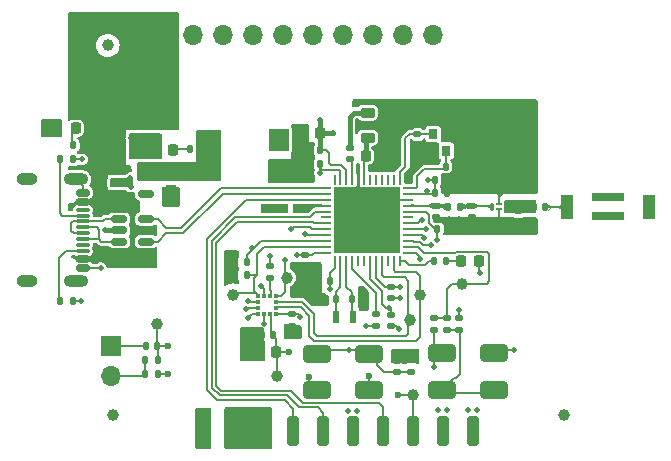
<source format=gbr>
%TF.GenerationSoftware,KiCad,Pcbnew,8.0.0*%
%TF.CreationDate,2024-07-22T23:16:51+01:00*%
%TF.ProjectId,Blue_Pedal,426c7565-5f50-4656-9461-6c2e6b696361,rev?*%
%TF.SameCoordinates,Original*%
%TF.FileFunction,Copper,L1,Top*%
%TF.FilePolarity,Positive*%
%FSLAX46Y46*%
G04 Gerber Fmt 4.6, Leading zero omitted, Abs format (unit mm)*
G04 Created by KiCad (PCBNEW 8.0.0) date 2024-07-22 23:16:51*
%MOMM*%
%LPD*%
G01*
G04 APERTURE LIST*
G04 Aperture macros list*
%AMRoundRect*
0 Rectangle with rounded corners*
0 $1 Rounding radius*
0 $2 $3 $4 $5 $6 $7 $8 $9 X,Y pos of 4 corners*
0 Add a 4 corners polygon primitive as box body*
4,1,4,$2,$3,$4,$5,$6,$7,$8,$9,$2,$3,0*
0 Add four circle primitives for the rounded corners*
1,1,$1+$1,$2,$3*
1,1,$1+$1,$4,$5*
1,1,$1+$1,$6,$7*
1,1,$1+$1,$8,$9*
0 Add four rect primitives between the rounded corners*
20,1,$1+$1,$2,$3,$4,$5,0*
20,1,$1+$1,$4,$5,$6,$7,0*
20,1,$1+$1,$6,$7,$8,$9,0*
20,1,$1+$1,$8,$9,$2,$3,0*%
G04 Aperture macros list end*
%TA.AperFunction,Conductor*%
%ADD10C,0.200000*%
%TD*%
%TA.AperFunction,Conductor*%
%ADD11C,0.100000*%
%TD*%
%TA.AperFunction,SMDPad,CuDef*%
%ADD12RoundRect,0.375000X-0.825000X-0.375000X0.825000X-0.375000X0.825000X0.375000X-0.825000X0.375000X0*%
%TD*%
%TA.AperFunction,SMDPad,CuDef*%
%ADD13RoundRect,0.140000X0.140000X0.170000X-0.140000X0.170000X-0.140000X-0.170000X0.140000X-0.170000X0*%
%TD*%
%TA.AperFunction,SMDPad,CuDef*%
%ADD14RoundRect,0.218750X-0.218750X-0.256250X0.218750X-0.256250X0.218750X0.256250X-0.218750X0.256250X0*%
%TD*%
%TA.AperFunction,SMDPad,CuDef*%
%ADD15RoundRect,0.225000X0.225000X0.250000X-0.225000X0.250000X-0.225000X-0.250000X0.225000X-0.250000X0*%
%TD*%
%TA.AperFunction,SMDPad,CuDef*%
%ADD16RoundRect,0.140000X-0.140000X-0.170000X0.140000X-0.170000X0.140000X0.170000X-0.140000X0.170000X0*%
%TD*%
%TA.AperFunction,SMDPad,CuDef*%
%ADD17RoundRect,0.135000X-0.185000X0.135000X-0.185000X-0.135000X0.185000X-0.135000X0.185000X0.135000X0*%
%TD*%
%TA.AperFunction,SMDPad,CuDef*%
%ADD18RoundRect,0.140000X-0.170000X0.140000X-0.170000X-0.140000X0.170000X-0.140000X0.170000X0.140000X0*%
%TD*%
%TA.AperFunction,SMDPad,CuDef*%
%ADD19RoundRect,0.135000X-0.135000X-0.185000X0.135000X-0.185000X0.135000X0.185000X-0.135000X0.185000X0*%
%TD*%
%TA.AperFunction,SMDPad,CuDef*%
%ADD20R,0.600000X1.100000*%
%TD*%
%TA.AperFunction,SMDPad,CuDef*%
%ADD21C,1.000000*%
%TD*%
%TA.AperFunction,SMDPad,CuDef*%
%ADD22RoundRect,0.135000X0.185000X-0.135000X0.185000X0.135000X-0.185000X0.135000X-0.185000X-0.135000X0*%
%TD*%
%TA.AperFunction,SMDPad,CuDef*%
%ADD23RoundRect,0.147500X-0.147500X-0.172500X0.147500X-0.172500X0.147500X0.172500X-0.147500X0.172500X0*%
%TD*%
%TA.AperFunction,SMDPad,CuDef*%
%ADD24RoundRect,0.135000X0.135000X0.185000X-0.135000X0.185000X-0.135000X-0.185000X0.135000X-0.185000X0*%
%TD*%
%TA.AperFunction,SMDPad,CuDef*%
%ADD25RoundRect,0.250000X-0.250000X-1.000000X0.250000X-1.000000X0.250000X1.000000X-0.250000X1.000000X0*%
%TD*%
%TA.AperFunction,SMDPad,CuDef*%
%ADD26RoundRect,0.225000X-0.225000X-0.250000X0.225000X-0.250000X0.225000X0.250000X-0.225000X0.250000X0*%
%TD*%
%TA.AperFunction,SMDPad,CuDef*%
%ADD27RoundRect,0.147500X0.172500X-0.147500X0.172500X0.147500X-0.172500X0.147500X-0.172500X-0.147500X0*%
%TD*%
%TA.AperFunction,SMDPad,CuDef*%
%ADD28R,0.350000X0.375000*%
%TD*%
%TA.AperFunction,SMDPad,CuDef*%
%ADD29R,0.375000X0.350000*%
%TD*%
%TA.AperFunction,SMDPad,CuDef*%
%ADD30R,1.000000X2.000000*%
%TD*%
%TA.AperFunction,SMDPad,CuDef*%
%ADD31R,2.800000X0.800000*%
%TD*%
%TA.AperFunction,SMDPad,CuDef*%
%ADD32RoundRect,0.150000X-0.425000X0.150000X-0.425000X-0.150000X0.425000X-0.150000X0.425000X0.150000X0*%
%TD*%
%TA.AperFunction,SMDPad,CuDef*%
%ADD33RoundRect,0.075000X-0.500000X0.075000X-0.500000X-0.075000X0.500000X-0.075000X0.500000X0.075000X0*%
%TD*%
%TA.AperFunction,ComponentPad*%
%ADD34O,2.100000X1.000000*%
%TD*%
%TA.AperFunction,ComponentPad*%
%ADD35O,1.800000X1.000000*%
%TD*%
%TA.AperFunction,SMDPad,CuDef*%
%ADD36RoundRect,0.150000X-0.512500X-0.150000X0.512500X-0.150000X0.512500X0.150000X-0.512500X0.150000X0*%
%TD*%
%TA.AperFunction,ComponentPad*%
%ADD37R,1.700000X1.700000*%
%TD*%
%TA.AperFunction,ComponentPad*%
%ADD38O,1.700000X1.700000*%
%TD*%
%TA.AperFunction,SMDPad,CuDef*%
%ADD39R,0.800000X0.900000*%
%TD*%
%TA.AperFunction,SMDPad,CuDef*%
%ADD40RoundRect,0.140000X0.170000X-0.140000X0.170000X0.140000X-0.170000X0.140000X-0.170000X-0.140000X0*%
%TD*%
%TA.AperFunction,SMDPad,CuDef*%
%ADD41RoundRect,0.147500X-0.172500X0.147500X-0.172500X-0.147500X0.172500X-0.147500X0.172500X0.147500X0*%
%TD*%
%TA.AperFunction,SMDPad,CuDef*%
%ADD42RoundRect,0.225000X-0.250000X0.225000X-0.250000X-0.225000X0.250000X-0.225000X0.250000X0.225000X0*%
%TD*%
%TA.AperFunction,SMDPad,CuDef*%
%ADD43RoundRect,0.068750X-0.068750X-0.281250X0.068750X-0.281250X0.068750X0.281250X-0.068750X0.281250X0*%
%TD*%
%TA.AperFunction,SMDPad,CuDef*%
%ADD44RoundRect,0.061250X-0.163750X-0.061250X0.163750X-0.061250X0.163750X0.061250X-0.163750X0.061250X0*%
%TD*%
%TA.AperFunction,SMDPad,CuDef*%
%ADD45RoundRect,0.062500X0.062500X-0.375000X0.062500X0.375000X-0.062500X0.375000X-0.062500X-0.375000X0*%
%TD*%
%TA.AperFunction,SMDPad,CuDef*%
%ADD46RoundRect,0.062500X0.375000X-0.062500X0.375000X0.062500X-0.375000X0.062500X-0.375000X-0.062500X0*%
%TD*%
%TA.AperFunction,HeatsinkPad*%
%ADD47R,5.600000X5.600000*%
%TD*%
%TA.AperFunction,SMDPad,CuDef*%
%ADD48RoundRect,0.218750X-0.381250X0.218750X-0.381250X-0.218750X0.381250X-0.218750X0.381250X0.218750X0*%
%TD*%
%TA.AperFunction,SMDPad,CuDef*%
%ADD49RoundRect,0.218750X0.218750X0.256250X-0.218750X0.256250X-0.218750X-0.256250X0.218750X-0.256250X0*%
%TD*%
%TA.AperFunction,ViaPad*%
%ADD50C,0.600000*%
%TD*%
%TA.AperFunction,ViaPad*%
%ADD51C,0.500000*%
%TD*%
%TA.AperFunction,Conductor*%
%ADD52C,0.400000*%
%TD*%
G04 APERTURE END LIST*
D10*
%TO.N,Net-(AE1-Feed)*%
X143985000Y-113155000D02*
X143735000Y-113005000D01*
X142695000Y-112845000D02*
X142945000Y-112995000D01*
X142955000Y-113005000D02*
X142705000Y-112855000D01*
D11*
X143650000Y-113010000D02*
X143940000Y-112760000D01*
X143030000Y-112990000D02*
X142740000Y-113240000D01*
%TD*%
D12*
%TO.P,SW2,1,1*%
%TO.N,GND*%
X133800000Y-125400000D03*
%TO.P,SW2,2,2*%
X138200000Y-125400000D03*
%TO.P,SW2,3,K*%
%TO.N,Net-(SW2-A)*%
X133800000Y-128500000D03*
%TO.P,SW2,4,A*%
X138200000Y-128500000D03*
%TD*%
%TO.P,SW1,1,1*%
%TO.N,Net-(C25-Pad1)*%
X123200000Y-125450000D03*
%TO.P,SW1,2,2*%
X127600000Y-125450000D03*
%TO.P,SW1,3,K*%
%TO.N,+3V3*%
X123200000Y-128550000D03*
%TO.P,SW1,4,A*%
X127600000Y-128550000D03*
%TD*%
D13*
%TO.P,C18,1*%
%TO.N,+3V3*%
X123480000Y-108200000D03*
%TO.P,C18,2*%
%TO.N,GND*%
X122520000Y-108200000D03*
%TD*%
D14*
%TO.P,D1,1,K*%
%TO.N,GND*%
X101192500Y-106360000D03*
%TO.P,D1,2,A*%
%TO.N,Net-(D1-A)*%
X102767500Y-106360000D03*
%TD*%
D13*
%TO.P,C8,1*%
%TO.N,+3V3*%
X121480000Y-113100000D03*
%TO.P,C8,2*%
%TO.N,GND*%
X120520000Y-113100000D03*
%TD*%
D15*
%TO.P,C9,1*%
%TO.N,+3V3*%
X123475000Y-106800000D03*
%TO.P,C9,2*%
%TO.N,GND*%
X121925000Y-106800000D03*
%TD*%
D16*
%TO.P,C16,1*%
%TO.N,/OSC_OUT_32k768Hz*%
X126140000Y-120800000D03*
%TO.P,C16,2*%
%TO.N,GND*%
X127100000Y-120800000D03*
%TD*%
D17*
%TO.P,R10,1*%
%TO.N,+3V3*%
X135270000Y-122430000D03*
%TO.P,R10,2*%
%TO.N,Net-(SW2-A)*%
X135270000Y-123450000D03*
%TD*%
%TO.P,R5,1*%
%TO.N,+3V3*%
X119200000Y-117990000D03*
%TO.P,R5,2*%
%TO.N,Net-(U3-~{CS})*%
X119200000Y-119010000D03*
%TD*%
D16*
%TO.P,C3,1*%
%TO.N,+3V3*%
X133410000Y-114900000D03*
%TO.P,C3,2*%
%TO.N,GND*%
X134370000Y-114900000D03*
%TD*%
D18*
%TO.P,C20,1*%
%TO.N,/RF_FILT*%
X136300000Y-112920000D03*
%TO.P,C20,2*%
%TO.N,GND*%
X136300000Y-113880000D03*
%TD*%
D19*
%TO.P,R7,1*%
%TO.N,/LED*%
X133090000Y-117600000D03*
%TO.P,R7,2*%
%TO.N,Net-(D3-A)*%
X134110000Y-117600000D03*
%TD*%
D16*
%TO.P,C6,1*%
%TO.N,+3V3*%
X133220000Y-111800000D03*
%TO.P,C6,2*%
%TO.N,GND*%
X134180000Y-111800000D03*
%TD*%
D20*
%TO.P,X2,1,1*%
%TO.N,/OSC_OUT_32k768Hz*%
X126220000Y-122300000D03*
%TO.P,X2,2,2*%
%TO.N,/OSC_IN_32k768Hz*%
X124820000Y-122300000D03*
%TD*%
D14*
%TO.P,D2,1,K*%
%TO.N,GND*%
X109435000Y-108160000D03*
%TO.P,D2,2,A*%
%TO.N,Net-(D2-A)*%
X111010000Y-108160000D03*
%TD*%
D21*
%TO.P,TP11,1,1*%
%TO.N,/IMU_EXTI2*%
X131920000Y-120460000D03*
%TD*%
D22*
%TO.P,R11,1*%
%TO.N,Net-(C25-Pad1)*%
X128200000Y-123120000D03*
%TO.P,R11,2*%
%TO.N,/Boot0*%
X128200000Y-122100000D03*
%TD*%
D21*
%TO.P,TP7,1,1*%
%TO.N,+3V3*%
X119800000Y-127300000D03*
%TD*%
D17*
%TO.P,R12,1*%
%TO.N,/TEST_SWITCH*%
X134190000Y-122440000D03*
%TO.P,R12,2*%
%TO.N,Net-(SW2-A)*%
X134190000Y-123460000D03*
%TD*%
D23*
%TO.P,L3,1,1*%
%TO.N,/RF_MCU_OUT*%
X134315000Y-113000000D03*
%TO.P,L3,2,2*%
%TO.N,/RF_FILT*%
X135285000Y-113000000D03*
%TD*%
D19*
%TO.P,R3,1*%
%TO.N,+3V3*%
X116290000Y-118800000D03*
%TO.P,R3,2*%
%TO.N,/IMU_SDA*%
X117310000Y-118800000D03*
%TD*%
D24*
%TO.P,R8,1*%
%TO.N,+3V3*%
X113452500Y-108130000D03*
%TO.P,R8,2*%
%TO.N,Net-(D2-A)*%
X112432500Y-108130000D03*
%TD*%
D19*
%TO.P,R1,1*%
%TO.N,/USB_CC2*%
X101490000Y-121000000D03*
%TO.P,R1,2*%
%TO.N,GND*%
X102510000Y-121000000D03*
%TD*%
D25*
%TO.P,J2,1,Pin_1*%
%TO.N,+3V3*%
X113570000Y-132000000D03*
%TO.P,J2,3,Pin_3*%
%TO.N,GND*%
X116110000Y-132000000D03*
%TO.P,J2,5,Pin_5*%
X118650000Y-132000000D03*
%TO.P,J2,7,Pin_7*%
%TO.N,/SW_DIO*%
X121190000Y-132000000D03*
%TO.P,J2,9,Pin_9*%
%TO.N,/SW_CLK*%
X123730000Y-132000000D03*
%TO.P,J2,11,Pin_11*%
%TO.N,unconnected-(J2-Pin_11-Pad11)*%
X126270000Y-132000000D03*
%TO.P,J2,13,Pin_13*%
%TO.N,/SW_O*%
X128810000Y-132000000D03*
%TO.P,J2,15,Pin_15*%
%TO.N,/MCU_nRST*%
X131350000Y-132000000D03*
%TO.P,J2,17,Pin_17*%
%TO.N,unconnected-(J2-Pin_17-Pad17)*%
X133890000Y-132000000D03*
%TO.P,J2,19,Pin_19*%
%TO.N,unconnected-(J2-Pin_19-Pad19)*%
X136430000Y-132000000D03*
%TD*%
D21*
%TO.P,TP5,1,1*%
%TO.N,/MCU_nRST*%
X131300000Y-128900000D03*
%TD*%
D19*
%TO.P,R4,1*%
%TO.N,+3V3*%
X116290000Y-117700000D03*
%TO.P,R4,2*%
%TO.N,/IMU_SCL*%
X117310000Y-117700000D03*
%TD*%
D26*
%TO.P,C13,1*%
%TO.N,+5V*%
X106237500Y-108170000D03*
%TO.P,C13,2*%
%TO.N,GND*%
X107787500Y-108170000D03*
%TD*%
D21*
%TO.P,TP12,1,1*%
%TO.N,/EXT_SWITCH*%
X109700000Y-122900000D03*
%TD*%
D27*
%TO.P,L1,1,1*%
%TO.N,/SMPS_VLX*%
X126000000Y-108985000D03*
%TO.P,L1,2,2*%
%TO.N,Net-(L1-Pad2)*%
X126000000Y-108015000D03*
%TD*%
D21*
%TO.P,TP13,1,1*%
%TO.N,/TEST_SWITCH*%
X135460000Y-119530000D03*
%TD*%
D18*
%TO.P,C21,1*%
%TO.N,/MCU_nRST*%
X129500000Y-122130000D03*
%TO.P,C21,2*%
%TO.N,GND*%
X129500000Y-123090000D03*
%TD*%
D21*
%TO.P,FID2,*%
%TO.N,*%
X105900000Y-130650000D03*
%TD*%
D13*
%TO.P,C2,1*%
%TO.N,+3V3*%
X123480000Y-109400000D03*
%TO.P,C2,2*%
%TO.N,GND*%
X122520000Y-109400000D03*
%TD*%
D28*
%TO.P,U3,1,SCL/SPC*%
%TO.N,/IMU_SCL*%
X119750000Y-120537500D03*
%TO.P,U3,2,~{CS}*%
%TO.N,Net-(U3-~{CS})*%
X119250000Y-120537500D03*
%TO.P,U3,3,SA0/SDO*%
%TO.N,GND*%
X118750000Y-120537500D03*
%TO.P,U3,4,SDA/SDI*%
%TO.N,/IMU_SDA*%
X118250000Y-120537500D03*
D29*
%TO.P,U3,5,RES*%
%TO.N,GND*%
X118237500Y-121050000D03*
%TO.P,U3,6,GND*%
X118237500Y-121550000D03*
D28*
%TO.P,U3,7,GND*%
X118250000Y-122062500D03*
%TO.P,U3,8,GND*%
X118750000Y-122062500D03*
%TO.P,U3,9,Vdd*%
%TO.N,+3V3*%
X119250000Y-122062500D03*
%TO.P,U3,10,Vdd_IO*%
X119750000Y-122062500D03*
D29*
%TO.P,U3,11,INT2*%
%TO.N,/IMU_EXTI2*%
X119762500Y-121550000D03*
%TO.P,U3,12,INT1*%
%TO.N,/IMU_EXTI1*%
X119762500Y-121050000D03*
%TD*%
D30*
%TO.P,AE1,1,Feed*%
%TO.N,Net-(AE1-Feed)*%
X144352000Y-113000000D03*
%TO.P,AE1,2,Rad*%
%TO.N,unconnected-(AE1-Rad-Pad2)*%
X151352000Y-113000000D03*
D31*
%TO.P,AE1,3,NC*%
%TO.N,unconnected-(AE1-NC-Pad3)*%
X147852000Y-112185000D03*
%TO.P,AE1,4,NC*%
%TO.N,unconnected-(AE1-NC-Pad4)*%
X147852000Y-113815000D03*
%TD*%
D16*
%TO.P,C12,1*%
%TO.N,/OSC_OUT_32MHZ*%
X134120000Y-109600000D03*
%TO.P,C12,2*%
%TO.N,GND*%
X135080000Y-109600000D03*
%TD*%
D22*
%TO.P,R9,1*%
%TO.N,Net-(C25-Pad1)*%
X131200000Y-127020000D03*
%TO.P,R9,2*%
%TO.N,GND*%
X131200000Y-126000000D03*
%TD*%
D24*
%TO.P,R13,1*%
%TO.N,+3V3*%
X109710000Y-127200000D03*
%TO.P,R13,2*%
%TO.N,Net-(J6-Pin_2)*%
X108690000Y-127200000D03*
%TD*%
D21*
%TO.P,TP10,1,1*%
%TO.N,/IMU_EXTI1*%
X131050000Y-122590000D03*
%TD*%
D18*
%TO.P,C10,1*%
%TO.N,+3V3*%
X129500000Y-119770000D03*
%TO.P,C10,2*%
%TO.N,GND*%
X129500000Y-120730000D03*
%TD*%
%TO.P,C19,1*%
%TO.N,/RF_MCU_OUT*%
X133300000Y-112920000D03*
%TO.P,C19,2*%
%TO.N,GND*%
X133300000Y-113880000D03*
%TD*%
D32*
%TO.P,J1,A1,GND*%
%TO.N,GND*%
X103380000Y-111800000D03*
%TO.P,J1,A4,VBUS*%
%TO.N,+5V*%
X103380000Y-112600000D03*
D33*
%TO.P,J1,A5,CC1*%
%TO.N,/USB_CC1*%
X103380000Y-113750000D03*
%TO.P,J1,A6,D+*%
%TO.N,/USB_D+*%
X103380000Y-114750000D03*
%TO.P,J1,A7,D-*%
%TO.N,/USB_D-*%
X103380000Y-115250000D03*
%TO.P,J1,A8,SBU1*%
%TO.N,unconnected-(J1-SBU1-PadA8)*%
X103380000Y-116250000D03*
D32*
%TO.P,J1,A9,VBUS*%
%TO.N,+5V*%
X103380000Y-117400000D03*
%TO.P,J1,A12,GND*%
%TO.N,GND*%
X103380000Y-118200000D03*
%TO.P,J1,B1,GND*%
X103380000Y-118200000D03*
%TO.P,J1,B4,VBUS*%
%TO.N,+5V*%
X103380000Y-117400000D03*
D33*
%TO.P,J1,B5,CC2*%
%TO.N,/USB_CC2*%
X103380000Y-116750000D03*
%TO.P,J1,B6,D+*%
%TO.N,/USB_D+*%
X103380000Y-115750000D03*
%TO.P,J1,B7,D-*%
%TO.N,/USB_D-*%
X103380000Y-114250000D03*
%TO.P,J1,B8,SBU2*%
%TO.N,unconnected-(J1-SBU2-PadB8)*%
X103380000Y-113250000D03*
D32*
%TO.P,J1,B9,VBUS*%
%TO.N,+5V*%
X103380000Y-112600000D03*
%TO.P,J1,B12,GND*%
%TO.N,GND*%
X103380000Y-111800000D03*
D34*
%TO.P,J1,S1,SHIELD*%
X102805000Y-110680000D03*
D35*
X98625000Y-110680000D03*
D34*
X102805000Y-119320000D03*
D35*
X98625000Y-119320000D03*
%TD*%
D36*
%TO.P,U2,1,IN*%
%TO.N,+5V*%
X106425000Y-110000000D03*
%TO.P,U2,2,GND*%
%TO.N,GND*%
X106425000Y-110950000D03*
%TO.P,U2,3,EN*%
%TO.N,+5V*%
X106425000Y-111900000D03*
%TO.P,U2,4,BP*%
%TO.N,unconnected-(U2-BP-Pad4)*%
X108700000Y-111900000D03*
%TO.P,U2,5,OUT*%
%TO.N,+3V3*%
X108700000Y-110000000D03*
%TD*%
D26*
%TO.P,C17,1*%
%TO.N,/SMPS_VFB*%
X127325000Y-108700000D03*
%TO.P,C17,2*%
%TO.N,GND*%
X128875000Y-108700000D03*
%TD*%
D37*
%TO.P,J6,1,Pin_1*%
%TO.N,GND*%
X105800000Y-124825000D03*
D38*
%TO.P,J6,2,Pin_2*%
%TO.N,Net-(J6-Pin_2)*%
X105800000Y-127365000D03*
%TD*%
D21*
%TO.P,TP9,1,1*%
%TO.N,/IMU_SDA*%
X116100000Y-120500000D03*
%TD*%
D18*
%TO.P,C26,1*%
%TO.N,/TEST_SWITCH*%
X133080000Y-122460000D03*
%TO.P,C26,2*%
%TO.N,GND*%
X133080000Y-123420000D03*
%TD*%
D39*
%TO.P,X1,1,1*%
%TO.N,/OSC_OUT_32MHZ*%
X134150000Y-108250000D03*
%TO.P,X1,2,2*%
%TO.N,GND*%
X134150000Y-106850000D03*
%TO.P,X1,3,3*%
%TO.N,/OSC_IN_32MHZ*%
X133050000Y-106850000D03*
%TO.P,X1,4,4*%
%TO.N,GND*%
X133050000Y-108250000D03*
%TD*%
D40*
%TO.P,C25,1*%
%TO.N,Net-(C25-Pad1)*%
X130000000Y-127000000D03*
%TO.P,C25,2*%
%TO.N,GND*%
X130000000Y-126040000D03*
%TD*%
D41*
%TO.P,L4,1,1*%
%TO.N,Net-(FLT1-OUT)*%
X140265000Y-113393000D03*
%TO.P,L4,2,2*%
%TO.N,GND*%
X140265000Y-114363000D03*
%TD*%
D21*
%TO.P,TP4,1,1*%
%TO.N,+5V*%
X106200000Y-106000000D03*
%TD*%
D16*
%TO.P,C7,1*%
%TO.N,+3V3*%
X133220000Y-110700000D03*
%TO.P,C7,2*%
%TO.N,GND*%
X134180000Y-110700000D03*
%TD*%
D23*
%TO.P,L5,1,1*%
%TO.N,Net-(FLT1-OUT)*%
X141581000Y-113000000D03*
%TO.P,L5,2,2*%
%TO.N,Net-(AE1-Feed)*%
X142551000Y-113000000D03*
%TD*%
D13*
%TO.P,C22,1*%
%TO.N,+3V3*%
X119480000Y-123900000D03*
%TO.P,C22,2*%
%TO.N,GND*%
X118520000Y-123900000D03*
%TD*%
D37*
%TO.P,J5,1,Pin_1*%
%TO.N,+5V*%
X110130000Y-98500000D03*
D38*
%TO.P,J5,2,Pin_2*%
%TO.N,GND*%
X112670000Y-98500000D03*
%TO.P,J5,3,Pin_3*%
%TO.N,/PB4*%
X115210000Y-98500000D03*
%TO.P,J5,4,Pin_4*%
%TO.N,/PB5*%
X117750000Y-98500000D03*
%TO.P,J5,5,Pin_5*%
%TO.N,/PA6*%
X120290000Y-98500000D03*
%TO.P,J5,6,Pin_6*%
%TO.N,/PA7*%
X122830000Y-98500000D03*
%TO.P,J5,7,Pin_7*%
%TO.N,/PA8*%
X125370000Y-98500000D03*
%TO.P,J5,8,Pin_8*%
%TO.N,/PA9*%
X127910000Y-98500000D03*
%TO.P,J5,9,Pin_9*%
%TO.N,+3V3*%
X130450000Y-98500000D03*
%TO.P,J5,10,Pin_10*%
%TO.N,GND*%
X132990000Y-98500000D03*
%TD*%
D42*
%TO.P,C1,1*%
%TO.N,+3V3*%
X120050000Y-107825000D03*
%TO.P,C1,2*%
%TO.N,GND*%
X120050000Y-109375000D03*
%TD*%
D43*
%TO.P,FLT1,1,IN*%
%TO.N,/RF_FILT*%
X137987500Y-113000000D03*
D44*
%TO.P,FLT1,2,GND*%
%TO.N,GND*%
X138600000Y-112772500D03*
D43*
%TO.P,FLT1,3,OUT*%
%TO.N,Net-(FLT1-OUT)*%
X139212500Y-113000000D03*
D44*
%TO.P,FLT1,4,GND*%
%TO.N,GND*%
X138600000Y-113227500D03*
%TD*%
D13*
%TO.P,C5,1*%
%TO.N,+3V3*%
X124280000Y-119300000D03*
%TO.P,C5,2*%
%TO.N,GND*%
X123320000Y-119300000D03*
%TD*%
D24*
%TO.P,R14,1*%
%TO.N,/EXT_SWITCH*%
X109710000Y-126000000D03*
%TO.P,R14,2*%
%TO.N,Net-(J6-Pin_2)*%
X108690000Y-126000000D03*
%TD*%
D18*
%TO.P,C23,1*%
%TO.N,+3V3*%
X121100000Y-122120000D03*
%TO.P,C23,2*%
%TO.N,GND*%
X121100000Y-123080000D03*
%TD*%
D21*
%TO.P,TP3,1,1*%
%TO.N,+3V3*%
X113242500Y-110030000D03*
%TD*%
D45*
%TO.P,U1,1,VBAT*%
%TO.N,+3V3*%
X124700000Y-117600000D03*
%TO.P,U1,2,PC14*%
%TO.N,/OSC_IN_32k768Hz*%
X125200000Y-117600000D03*
%TO.P,U1,3,PC15*%
%TO.N,/OSC_OUT_32k768Hz*%
X125700000Y-117600000D03*
%TO.P,U1,4,PH3*%
%TO.N,/Boot0*%
X126200000Y-117600000D03*
%TO.P,U1,5,PB8*%
%TO.N,unconnected-(U1-PB8-Pad5)*%
X126700000Y-117600000D03*
%TO.P,U1,6,PB9*%
%TO.N,unconnected-(U1-PB9-Pad6)*%
X127200000Y-117600000D03*
%TO.P,U1,7,NRST*%
%TO.N,/MCU_nRST*%
X127700000Y-117600000D03*
%TO.P,U1,8,VDDA*%
%TO.N,+3V3*%
X128200000Y-117600000D03*
%TO.P,U1,9,PA0*%
%TO.N,/IMU_EXTI1*%
X128700000Y-117600000D03*
%TO.P,U1,10,PA1*%
%TO.N,unconnected-(U1-PA1-Pad10)*%
X129200000Y-117600000D03*
%TO.P,U1,11,PA2*%
%TO.N,/IMU_EXTI2*%
X129700000Y-117600000D03*
%TO.P,U1,12,PA3*%
%TO.N,/LED*%
X130200000Y-117600000D03*
D46*
%TO.P,U1,13,PA4*%
%TO.N,/EXT_SWITCH*%
X130887500Y-116912500D03*
%TO.P,U1,14,PA5*%
%TO.N,/TEST_SWITCH*%
X130887500Y-116412500D03*
%TO.P,U1,15,PA6*%
%TO.N,/PA6*%
X130887500Y-115912500D03*
%TO.P,U1,16,PA7*%
%TO.N,/PA7*%
X130887500Y-115412500D03*
%TO.P,U1,17,PA8*%
%TO.N,/PA8*%
X130887500Y-114912500D03*
%TO.P,U1,18,PA9*%
%TO.N,/PA9*%
X130887500Y-114412500D03*
%TO.P,U1,19,PB2*%
%TO.N,unconnected-(U1-PB2-Pad19)*%
X130887500Y-113912500D03*
%TO.P,U1,20,VDD*%
%TO.N,+3V3*%
X130887500Y-113412500D03*
%TO.P,U1,21,RF1*%
%TO.N,/RF_MCU_OUT*%
X130887500Y-112912500D03*
%TO.P,U1,22,VSSRF*%
%TO.N,GND*%
X130887500Y-112412500D03*
%TO.P,U1,23,VDDRF*%
%TO.N,+3V3*%
X130887500Y-111912500D03*
%TO.P,U1,24,OSC_OUT*%
%TO.N,/OSC_OUT_32MHZ*%
X130887500Y-111412500D03*
D45*
%TO.P,U1,25,OSC_IN*%
%TO.N,/OSC_IN_32MHZ*%
X130200000Y-110725000D03*
%TO.P,U1,26,AT0*%
%TO.N,unconnected-(U1-AT0-Pad26)*%
X129700000Y-110725000D03*
%TO.P,U1,27,AT1*%
%TO.N,unconnected-(U1-AT1-Pad27)*%
X129200000Y-110725000D03*
%TO.P,U1,28,PB0*%
%TO.N,unconnected-(U1-PB0-Pad28)*%
X128700000Y-110725000D03*
%TO.P,U1,29,PB1*%
%TO.N,unconnected-(U1-PB1-Pad29)*%
X128200000Y-110725000D03*
%TO.P,U1,30,PE4*%
%TO.N,unconnected-(U1-PE4-Pad30)*%
X127700000Y-110725000D03*
%TO.P,U1,31,VFBSMPS*%
%TO.N,/SMPS_VFB*%
X127200000Y-110725000D03*
%TO.P,U1,32,VSSSMPS*%
%TO.N,GND*%
X126700000Y-110725000D03*
%TO.P,U1,33,VLXSMPS*%
%TO.N,/SMPS_VLX*%
X126200000Y-110725000D03*
%TO.P,U1,34,VDDSMPS*%
%TO.N,+3V3*%
X125700000Y-110725000D03*
%TO.P,U1,35,VDD*%
X125200000Y-110725000D03*
%TO.P,U1,36,PA10*%
%TO.N,unconnected-(U1-PA10-Pad36)*%
X124700000Y-110725000D03*
D46*
%TO.P,U1,37,PA11*%
%TO.N,/USB_FILT_D-*%
X124012500Y-111412500D03*
%TO.P,U1,38,PA12*%
%TO.N,/USB_FILT_D+*%
X124012500Y-111912500D03*
%TO.P,U1,39,PA13*%
%TO.N,/SW_DIO*%
X124012500Y-112412500D03*
%TO.P,U1,40,VDDUSB*%
%TO.N,+3V3*%
X124012500Y-112912500D03*
%TO.P,U1,41,PA14*%
%TO.N,/SW_CLK*%
X124012500Y-113412500D03*
%TO.P,U1,42,PA15*%
%TO.N,unconnected-(U1-PA15-Pad42)*%
X124012500Y-113912500D03*
%TO.P,U1,43,PB3*%
%TO.N,/SW_O*%
X124012500Y-114412500D03*
%TO.P,U1,44,PB4*%
%TO.N,/PB4*%
X124012500Y-114912500D03*
%TO.P,U1,45,PB5*%
%TO.N,/PB5*%
X124012500Y-115412500D03*
%TO.P,U1,46,PB6*%
%TO.N,/IMU_SCL*%
X124012500Y-115912500D03*
%TO.P,U1,47,PB7*%
%TO.N,/IMU_SDA*%
X124012500Y-116412500D03*
%TO.P,U1,48,VDD*%
%TO.N,+3V3*%
X124012500Y-116912500D03*
D47*
%TO.P,U1,49,VSS*%
%TO.N,GND*%
X127450000Y-114162500D03*
%TD*%
D15*
%TO.P,C24,1*%
%TO.N,+3V3*%
X119775000Y-125300000D03*
%TO.P,C24,2*%
%TO.N,GND*%
X118225000Y-125300000D03*
%TD*%
D24*
%TO.P,R6,1*%
%TO.N,+5V*%
X103610000Y-107800000D03*
%TO.P,R6,2*%
%TO.N,Net-(D1-A)*%
X102590000Y-107800000D03*
%TD*%
D36*
%TO.P,U4,1,I/O1*%
%TO.N,/USB_D-*%
X106462500Y-114050000D03*
%TO.P,U4,2,GND*%
%TO.N,GND*%
X106462500Y-115000000D03*
%TO.P,U4,3,I/O2*%
%TO.N,/USB_D+*%
X106462500Y-115950000D03*
%TO.P,U4,4,I/O2*%
%TO.N,/USB_FILT_D+*%
X108737500Y-115950000D03*
%TO.P,U4,5,VBUS*%
%TO.N,+5V*%
X108737500Y-115000000D03*
%TO.P,U4,6,I/O1*%
%TO.N,/USB_FILT_D-*%
X108737500Y-114050000D03*
%TD*%
D13*
%TO.P,C27,1*%
%TO.N,/EXT_SWITCH*%
X109690000Y-124800000D03*
%TO.P,C27,2*%
%TO.N,GND*%
X108730000Y-124800000D03*
%TD*%
D48*
%TO.P,L2,1,1*%
%TO.N,Net-(L1-Pad2)*%
X127500000Y-105037500D03*
%TO.P,L2,2,2*%
%TO.N,/SMPS_VFB*%
X127500000Y-107162500D03*
%TD*%
D13*
%TO.P,C15,1*%
%TO.N,/OSC_IN_32k768Hz*%
X124820000Y-120800000D03*
%TO.P,C15,2*%
%TO.N,GND*%
X123860000Y-120800000D03*
%TD*%
D19*
%TO.P,R2,1*%
%TO.N,/USB_CC1*%
X101490000Y-109000000D03*
%TO.P,R2,2*%
%TO.N,GND*%
X102510000Y-109000000D03*
%TD*%
D40*
%TO.P,C11,1*%
%TO.N,/OSC_IN_32MHZ*%
X131700000Y-106880000D03*
%TO.P,C11,2*%
%TO.N,GND*%
X131700000Y-105920000D03*
%TD*%
D42*
%TO.P,C14,1*%
%TO.N,+3V3*%
X110842500Y-110055000D03*
%TO.P,C14,2*%
%TO.N,GND*%
X110842500Y-111605000D03*
%TD*%
D18*
%TO.P,C4,1*%
%TO.N,+3V3*%
X122200000Y-117120000D03*
%TO.P,C4,2*%
%TO.N,GND*%
X122200000Y-118080000D03*
%TD*%
D21*
%TO.P,FID3,*%
%TO.N,*%
X144100000Y-130650000D03*
%TD*%
D49*
%TO.P,D3,1,K*%
%TO.N,GND*%
X136967500Y-117620000D03*
%TO.P,D3,2,A*%
%TO.N,Net-(D3-A)*%
X135392500Y-117620000D03*
%TD*%
D21*
%TO.P,TP8,1,1*%
%TO.N,/IMU_SCL*%
X120700000Y-119000000D03*
%TD*%
%TO.P,FID1,*%
%TO.N,*%
X105500000Y-99350000D03*
%TD*%
D50*
%TO.N,+3V3*%
X127590000Y-127310000D03*
D51*
X122280000Y-113080000D03*
D50*
X110600000Y-127200000D03*
D51*
X115600000Y-118680000D03*
X119520000Y-106910000D03*
X120600000Y-106900000D03*
X124550000Y-106800000D03*
D50*
X122500000Y-127410000D03*
D51*
X114400000Y-108000000D03*
X123470000Y-110110000D03*
X121520000Y-117120000D03*
X115600000Y-117980000D03*
X119200000Y-117200000D03*
X133400000Y-115800000D03*
X114400000Y-110000000D03*
X123480000Y-105700000D03*
X135260000Y-121740000D03*
X113925000Y-130302000D03*
X124300000Y-120000000D03*
X114400000Y-107100000D03*
D50*
X120800000Y-125300000D03*
D51*
X121800000Y-122300000D03*
X113163000Y-130302000D03*
X115600000Y-117180000D03*
X114400000Y-109000000D03*
X115600000Y-119380000D03*
X132500000Y-111700000D03*
X130210000Y-119760000D03*
X132600000Y-110700000D03*
%TO.N,GND*%
X135100000Y-107150000D03*
X122700000Y-118880000D03*
X117800000Y-123500000D03*
X104900000Y-118200000D03*
X129890000Y-125310000D03*
X131290000Y-125310000D03*
X136017000Y-130175000D03*
X134600000Y-105900000D03*
X138580000Y-114160000D03*
X130140000Y-123330000D03*
X137000000Y-118600000D03*
D50*
X127500000Y-112500000D03*
D51*
X117094000Y-124815600D03*
X127230000Y-121570000D03*
X103300000Y-109000000D03*
X139890000Y-125110000D03*
X107420000Y-110590000D03*
X119460000Y-110400000D03*
D50*
X129000000Y-112500000D03*
D51*
X117400000Y-122400000D03*
X132050000Y-108000000D03*
X121790000Y-107910000D03*
X121400000Y-123700000D03*
X118490000Y-119700000D03*
D50*
X129000000Y-115500000D03*
D51*
X109829600Y-107188000D03*
D50*
X129000000Y-114000000D03*
D51*
X130210000Y-120730000D03*
X107492800Y-107188000D03*
X132600000Y-109200000D03*
X136779000Y-130175000D03*
D50*
X126000000Y-112500000D03*
D51*
X125863000Y-130302000D03*
X133900000Y-105900000D03*
D50*
X127500000Y-114000000D03*
D51*
X126990000Y-120010000D03*
X133483000Y-130175000D03*
X134245000Y-130175000D03*
X135900000Y-110000000D03*
X133090000Y-126610000D03*
X134350000Y-114000000D03*
D50*
X126000000Y-115500000D03*
D51*
X117400000Y-121012500D03*
X135350000Y-110450000D03*
X121790000Y-110010000D03*
X131350000Y-105200000D03*
X121790000Y-109310000D03*
X121790000Y-108610000D03*
X123200000Y-121080000D03*
X122000000Y-119580000D03*
X135250000Y-114000000D03*
X103225600Y-121005600D03*
X136250000Y-114850000D03*
X118700000Y-122900000D03*
X100126800Y-105867200D03*
X122700000Y-119580000D03*
X115707000Y-130302000D03*
D50*
X127500000Y-115500000D03*
D51*
X122000000Y-118880000D03*
X110337600Y-112725200D03*
X119009000Y-130302000D03*
X107440000Y-111290000D03*
X117800000Y-124200000D03*
X138670000Y-111890000D03*
X130590000Y-125310000D03*
X111353600Y-112725200D03*
X119810000Y-113120000D03*
X117094000Y-125730000D03*
X100126800Y-106832400D03*
X116469000Y-130302000D03*
X132100000Y-105200000D03*
X108610000Y-107180000D03*
D50*
X126000000Y-114000000D03*
D51*
X120700000Y-123700000D03*
X135400000Y-111600000D03*
X123200000Y-120380000D03*
X126625000Y-130302000D03*
X135100000Y-106400000D03*
X105300000Y-115000000D03*
X134900000Y-111000000D03*
X120580000Y-110400000D03*
X118247000Y-130302000D03*
X117200000Y-121700000D03*
X135250000Y-114850000D03*
X135900000Y-109250000D03*
X132050000Y-108750000D03*
X133300000Y-109200000D03*
X119110000Y-113120000D03*
%TO.N,/MCU_nRST*%
X129337500Y-121562500D03*
D50*
X130080000Y-128900000D03*
D51*
%TO.N,Net-(C25-Pad1)*%
X127390000Y-123110000D03*
X125890000Y-125150000D03*
%TO.N,/PA9*%
X132090000Y-114110000D03*
%TO.N,/PB4*%
X120990000Y-114887500D03*
%TO.N,/PB5*%
X122190000Y-115310000D03*
%TO.N,/PA8*%
X132426986Y-114918738D03*
%TO.N,/PA6*%
X132873005Y-116260738D03*
%TO.N,/PA7*%
X132290000Y-115610000D03*
%TO.N,/IMU_SCL*%
X120500000Y-117500000D03*
X117735735Y-116515735D03*
%TO.N,/EXT_SWITCH*%
X131920000Y-117410000D03*
D50*
X110620000Y-124800000D03*
%TD*%
D10*
%TO.N,+3V3*%
X122500000Y-128850000D02*
X122500000Y-127410000D01*
X127600000Y-127320000D02*
X127590000Y-127310000D01*
X127600000Y-128550000D02*
X127600000Y-127320000D01*
%TO.N,Net-(SW2-A)*%
X134790000Y-127510000D02*
X133800000Y-128500000D01*
X134990000Y-127510000D02*
X134790000Y-127510000D01*
X135300000Y-127200000D02*
X134990000Y-127510000D01*
X135300000Y-123480000D02*
X135300000Y-127200000D01*
X135270000Y-123450000D02*
X135300000Y-123480000D01*
%TO.N,GND*%
X133100000Y-123440000D02*
X133080000Y-123420000D01*
X133100000Y-126600000D02*
X133100000Y-123440000D01*
X133090000Y-126610000D02*
X133100000Y-126600000D01*
X138900000Y-125100000D02*
X139880000Y-125100000D01*
X139880000Y-125100000D02*
X139890000Y-125110000D01*
%TO.N,Net-(C25-Pad1)*%
X125890000Y-125150000D02*
X127540000Y-125150000D01*
%TO.N,+3V3*%
X124375000Y-109475000D02*
X125275000Y-109475000D01*
D52*
X113500000Y-109772500D02*
X113500000Y-108177500D01*
D10*
X133186066Y-114900000D02*
X132690000Y-114403934D01*
X121520000Y-117120000D02*
X122200000Y-117120000D01*
X130200000Y-119770000D02*
X130210000Y-119760000D01*
X132690000Y-114403934D02*
X132690000Y-113690000D01*
X125200000Y-110725000D02*
X125200000Y-110000000D01*
X119800000Y-125325000D02*
X119775000Y-125300000D01*
X119300000Y-123720000D02*
X119480000Y-123900000D01*
D52*
X123475000Y-106800000D02*
X124550000Y-106800000D01*
D10*
X125275000Y-109475000D02*
X125700000Y-109900000D01*
X128300000Y-128850000D02*
X128300000Y-127900000D01*
X135260000Y-121740000D02*
X135270000Y-121750000D01*
D52*
X110842500Y-110055000D02*
X113217500Y-110055000D01*
D10*
X121480000Y-113100000D02*
X121580000Y-113000000D01*
X119775000Y-125300000D02*
X119900000Y-125300000D01*
X123480000Y-109400000D02*
X123480000Y-110100000D01*
X125200000Y-110000000D02*
X125130000Y-109930000D01*
D52*
X113242500Y-110030000D02*
X113500000Y-109772500D01*
D10*
X123480000Y-109760000D02*
X123480000Y-109400000D01*
X119775000Y-125300000D02*
X120800000Y-125300000D01*
X133400000Y-114910000D02*
X133410000Y-114900000D01*
X129500000Y-119770000D02*
X130200000Y-119770000D01*
D52*
X113217500Y-110055000D02*
X113242500Y-110030000D01*
D10*
X125130000Y-109930000D02*
X123650000Y-109930000D01*
D52*
X123480000Y-107480000D02*
X123480000Y-108200000D01*
D10*
X124012500Y-116912500D02*
X122987500Y-116912500D01*
D52*
X123475000Y-106800000D02*
X123475000Y-105705000D01*
D10*
X132690000Y-113690000D02*
X132412500Y-113412500D01*
X128980000Y-119800000D02*
X129200000Y-119800000D01*
X119200000Y-117990000D02*
X119200000Y-117200000D01*
D52*
X113500000Y-108177500D02*
X113452500Y-108130000D01*
D10*
X123650000Y-109930000D02*
X123480000Y-109760000D01*
X130887500Y-111912500D02*
X133107500Y-111912500D01*
D52*
X110787500Y-110000000D02*
X110842500Y-110055000D01*
D10*
X135270000Y-121750000D02*
X135270000Y-122430000D01*
X132412500Y-113412500D02*
X130887500Y-113412500D01*
X119807500Y-122120000D02*
X119750000Y-122062500D01*
X133410000Y-114900000D02*
X133186066Y-114900000D01*
X129140000Y-119800000D02*
X129200000Y-119800000D01*
X124280000Y-119300000D02*
X124280000Y-118620000D01*
X121100000Y-122120000D02*
X121620000Y-122120000D01*
X125700000Y-109900000D02*
X125700000Y-110725000D01*
X128200000Y-117600000D02*
X128200000Y-119020000D01*
X133400000Y-115800000D02*
X133400000Y-114910000D01*
X113570000Y-130840000D02*
X113570000Y-132000000D01*
X119775000Y-125300000D02*
X119775000Y-124195000D01*
D52*
X108700000Y-110000000D02*
X110787500Y-110000000D01*
D10*
X133107500Y-111912500D02*
X133220000Y-111800000D01*
X123480000Y-108200000D02*
X123950000Y-108200000D01*
X109710000Y-127200000D02*
X110600000Y-127200000D01*
X121620000Y-122120000D02*
X121800000Y-122300000D01*
X124200000Y-108450000D02*
X124200000Y-109300000D01*
X124700000Y-118200000D02*
X124700000Y-117600000D01*
X121100000Y-122120000D02*
X119807500Y-122120000D01*
X124280000Y-119300000D02*
X124280000Y-119980000D01*
X133220000Y-110700000D02*
X133220000Y-111800000D01*
X123480000Y-110100000D02*
X123470000Y-110110000D01*
X119800000Y-127300000D02*
X119800000Y-125325000D01*
D52*
X123475000Y-106800000D02*
X123475000Y-107475000D01*
D10*
X119250000Y-122062500D02*
X119300000Y-122112500D01*
X128200000Y-119020000D02*
X128980000Y-119800000D01*
X132600000Y-110700000D02*
X133220000Y-110700000D01*
X122780000Y-117120000D02*
X122200000Y-117120000D01*
X119300000Y-122112500D02*
X119300000Y-123720000D01*
X124280000Y-118620000D02*
X124700000Y-118200000D01*
X124280000Y-119980000D02*
X124300000Y-120000000D01*
D52*
X123475000Y-105705000D02*
X123480000Y-105700000D01*
D10*
X124200000Y-109300000D02*
X124375000Y-109475000D01*
D52*
X123475000Y-107475000D02*
X123480000Y-107480000D01*
D10*
X123950000Y-108200000D02*
X124200000Y-108450000D01*
X122987500Y-116912500D02*
X122780000Y-117120000D01*
X119775000Y-124195000D02*
X119480000Y-123900000D01*
%TO.N,GND*%
X117350000Y-121550000D02*
X118237500Y-121550000D01*
X136967500Y-117620000D02*
X136967500Y-118567500D01*
X129500000Y-120730000D02*
X130210000Y-120730000D01*
X129112500Y-112500000D02*
X129000000Y-112500000D01*
X130887500Y-112412500D02*
X129200000Y-112412500D01*
X118237500Y-121050000D02*
X117437500Y-121050000D01*
D52*
X106462500Y-115000000D02*
X105300000Y-115000000D01*
D10*
X103380000Y-111255000D02*
X102805000Y-110680000D01*
X117737500Y-122062500D02*
X118250000Y-122062500D01*
X126700000Y-113412500D02*
X127450000Y-114162500D01*
X129200000Y-112412500D02*
X129112500Y-112500000D01*
X102510000Y-109000000D02*
X103300000Y-109000000D01*
X117400000Y-122400000D02*
X117737500Y-122062500D01*
X129000000Y-112612500D02*
X127612500Y-114000000D01*
X138660000Y-112772500D02*
X138660000Y-111900000D01*
X126700000Y-110725000D02*
X126700000Y-111700000D01*
X118490000Y-119700000D02*
X118750000Y-119960000D01*
X138600000Y-113227500D02*
X138600000Y-114140000D01*
X127612500Y-114000000D02*
X127500000Y-114000000D01*
X126700000Y-110725000D02*
X126700000Y-113412500D01*
X103380000Y-118200000D02*
X104900000Y-118200000D01*
X130140000Y-123330000D02*
X129900000Y-123090000D01*
X138660000Y-111900000D02*
X138670000Y-111890000D01*
X107440000Y-110610000D02*
X107420000Y-110590000D01*
X129000000Y-112500000D02*
X129000000Y-112612500D01*
X127500000Y-114112500D02*
X127450000Y-114162500D01*
X118750000Y-122850000D02*
X118700000Y-122900000D01*
X118750000Y-119960000D02*
X118750000Y-120537500D01*
X118750000Y-122062500D02*
X118750000Y-122850000D01*
X117200000Y-121700000D02*
X117350000Y-121550000D01*
X126700000Y-111700000D02*
X127500000Y-112500000D01*
X117437500Y-121050000D02*
X117400000Y-121012500D01*
X129900000Y-123090000D02*
X129500000Y-123090000D01*
X103380000Y-111800000D02*
X103380000Y-111255000D01*
X108705000Y-124825000D02*
X108730000Y-124800000D01*
X127500000Y-114000000D02*
X127500000Y-114112500D01*
X105800000Y-124825000D02*
X108705000Y-124825000D01*
X119810000Y-113120000D02*
X119830000Y-113100000D01*
X136967500Y-118567500D02*
X137000000Y-118600000D01*
X138600000Y-114140000D02*
X138580000Y-114160000D01*
X103220000Y-121000000D02*
X103225600Y-121005600D01*
X102510000Y-121000000D02*
X103220000Y-121000000D01*
%TO.N,/OSC_IN_32MHZ*%
X130200000Y-110100000D02*
X130700000Y-109600000D01*
X130700000Y-107200000D02*
X131050000Y-106850000D01*
X130700000Y-109600000D02*
X130700000Y-107200000D01*
X130200000Y-110725000D02*
X130200000Y-110100000D01*
X131050000Y-106850000D02*
X133050000Y-106850000D01*
%TO.N,/OSC_OUT_32MHZ*%
X132300000Y-109800000D02*
X133920000Y-109800000D01*
X134120000Y-109600000D02*
X134120000Y-108280000D01*
X131690000Y-111310000D02*
X131690000Y-110410000D01*
X130887500Y-111412500D02*
X131587500Y-111412500D01*
X133920000Y-109800000D02*
X134120000Y-109600000D01*
X134120000Y-108280000D02*
X134150000Y-108250000D01*
X131690000Y-110410000D02*
X132300000Y-109800000D01*
X131587500Y-111412500D02*
X131690000Y-111310000D01*
%TO.N,/OSC_IN_32k768Hz*%
X124820000Y-122300000D02*
X124820000Y-120800000D01*
X124820000Y-120550000D02*
X124820000Y-120200000D01*
X124820000Y-120200000D02*
X125200000Y-119820000D01*
X125200000Y-119820000D02*
X125200000Y-117600000D01*
%TO.N,/OSC_OUT_32k768Hz*%
X126140000Y-120800000D02*
X126140000Y-122260000D01*
X126140000Y-120800000D02*
X126140000Y-120240000D01*
X126140000Y-120240000D02*
X125700000Y-119800000D01*
X125700000Y-119800000D02*
X125700000Y-117600000D01*
X126140000Y-122260000D02*
X126100000Y-122300000D01*
%TO.N,/SMPS_VFB*%
X127325000Y-107337500D02*
X127500000Y-107162500D01*
D52*
X127325000Y-108700000D02*
X127325000Y-107337500D01*
D10*
X127200000Y-110725000D02*
X127200000Y-108825000D01*
X127500000Y-108525000D02*
X127325000Y-108700000D01*
X127200000Y-108825000D02*
X127325000Y-108700000D01*
%TO.N,/RF_MCU_OUT*%
X133300000Y-112920000D02*
X134235000Y-112920000D01*
X134235000Y-112920000D02*
X134315000Y-113000000D01*
X133292500Y-112912500D02*
X133300000Y-112920000D01*
X130887500Y-112912500D02*
X133292500Y-112912500D01*
%TO.N,/RF_FILT*%
X137907500Y-112920000D02*
X137987500Y-113000000D01*
X136220000Y-113000000D02*
X136300000Y-112920000D01*
X136300000Y-112920000D02*
X137907500Y-112920000D01*
X135285000Y-113000000D02*
X136220000Y-113000000D01*
%TO.N,/MCU_nRST*%
X129500000Y-121725000D02*
X129500000Y-122130000D01*
X129337500Y-121562500D02*
X129500000Y-121725000D01*
X131300000Y-128900000D02*
X131350000Y-128950000D01*
X128720000Y-120140000D02*
X127700000Y-119120000D01*
X130080000Y-128900000D02*
X131300000Y-128900000D01*
X128720000Y-121270000D02*
X128720000Y-120140000D01*
X129337500Y-121562500D02*
X129012500Y-121562500D01*
X131350000Y-128950000D02*
X131350000Y-132000000D01*
X129012500Y-121562500D02*
X128720000Y-121270000D01*
X127700000Y-119120000D02*
X127700000Y-117600000D01*
%TO.N,Net-(C25-Pad1)*%
X130000000Y-127000000D02*
X128900000Y-127000000D01*
X127400000Y-123120000D02*
X128200000Y-123120000D01*
X131200000Y-127020000D02*
X130020000Y-127020000D01*
X127390000Y-123110000D02*
X127400000Y-123120000D01*
X130020000Y-127020000D02*
X130000000Y-127000000D01*
X122500000Y-125150000D02*
X127540000Y-125150000D01*
X128900000Y-127000000D02*
X128300000Y-126400000D01*
X127540000Y-125150000D02*
X128300000Y-125150000D01*
X128300000Y-126400000D02*
X128300000Y-125150000D01*
%TO.N,Net-(D1-A)*%
X102500000Y-107800000D02*
X102500000Y-106627500D01*
X102500000Y-106627500D02*
X102767500Y-106360000D01*
%TO.N,Net-(D2-A)*%
X111040000Y-108130000D02*
X111010000Y-108160000D01*
X112432500Y-108130000D02*
X111040000Y-108130000D01*
%TO.N,Net-(D3-A)*%
X134110000Y-117600000D02*
X135372500Y-117600000D01*
X135372500Y-117600000D02*
X135392500Y-117620000D01*
%TO.N,/USB_D+*%
X104550000Y-114750000D02*
X104750000Y-114950000D01*
X104950000Y-115950000D02*
X106462500Y-115950000D01*
X103380000Y-114750000D02*
X104550000Y-114750000D01*
X104750000Y-115750000D02*
X104950000Y-115950000D01*
X104750000Y-114950000D02*
X104750000Y-115750000D01*
X103380000Y-115750000D02*
X104750000Y-115750000D01*
%TO.N,/USB_CC1*%
X103380000Y-113750000D02*
X101650000Y-113750000D01*
X101455000Y-109035000D02*
X101455000Y-113555000D01*
X101490000Y-109000000D02*
X101455000Y-109035000D01*
X101455000Y-113555000D02*
X101650000Y-113750000D01*
%TO.N,/USB_D-*%
X102600000Y-115250000D02*
X102400000Y-115050000D01*
X102550000Y-114250000D02*
X103380000Y-114250000D01*
X105050000Y-114250000D02*
X105250000Y-114050000D01*
X105250000Y-114050000D02*
X106462500Y-114050000D01*
X102400000Y-114400000D02*
X102550000Y-114250000D01*
X102400000Y-115050000D02*
X102400000Y-114400000D01*
X103380000Y-115250000D02*
X102600000Y-115250000D01*
X103380000Y-114250000D02*
X105050000Y-114250000D01*
%TO.N,/USB_CC2*%
X101950000Y-116750000D02*
X103380000Y-116750000D01*
X101390000Y-121100000D02*
X101390000Y-117310000D01*
X101390000Y-117310000D02*
X101950000Y-116750000D01*
%TO.N,/SW_CLK*%
X114300000Y-115884314D02*
X114300000Y-128315686D01*
X123300000Y-130000000D02*
X123730000Y-130430000D01*
X124012500Y-113412500D02*
X123067500Y-113412500D01*
X122600000Y-113880000D02*
X116304314Y-113880000D01*
X116304314Y-113880000D02*
X114300000Y-115884314D01*
X123730000Y-130430000D02*
X123730000Y-132000000D01*
X121665686Y-130000000D02*
X123300000Y-130000000D01*
X114965514Y-128981200D02*
X120646886Y-128981200D01*
X120646886Y-128981200D02*
X121665686Y-130000000D01*
X114300000Y-128315686D02*
X114965514Y-128981200D01*
X123067500Y-113412500D02*
X122600000Y-113880000D01*
%TO.N,/SW_DIO*%
X113900000Y-115718629D02*
X113900000Y-128500000D01*
X124012500Y-112412500D02*
X123990000Y-112390000D01*
X123990000Y-112390000D02*
X117228629Y-112390000D01*
X114781200Y-129381200D02*
X120481200Y-129381200D01*
X117228629Y-112390000D02*
X113900000Y-115718629D01*
X121190000Y-130090000D02*
X121190000Y-132000000D01*
X120481200Y-129381200D02*
X121190000Y-130090000D01*
X113900000Y-128500000D02*
X114781200Y-129381200D01*
%TO.N,/SW_O*%
X120976104Y-128574800D02*
X115124800Y-128574800D01*
X128810000Y-129920000D02*
X128490000Y-129600000D01*
X122001304Y-129600000D02*
X120976104Y-128574800D01*
X128490000Y-129600000D02*
X122001304Y-129600000D01*
X116440000Y-114310000D02*
X122890000Y-114310000D01*
X128810000Y-132000000D02*
X128810000Y-129920000D01*
X115124800Y-128574800D02*
X114700000Y-128150000D01*
X124012500Y-114412500D02*
X122992500Y-114412500D01*
X114700000Y-116050000D02*
X116440000Y-114310000D01*
X122890000Y-114310000D02*
X122992500Y-114412500D01*
X114700000Y-128150000D02*
X114700000Y-116050000D01*
%TO.N,/PA9*%
X131787500Y-114412500D02*
X130887500Y-114412500D01*
X132090000Y-114110000D02*
X131787500Y-114412500D01*
%TO.N,/PB4*%
X123960000Y-114860000D02*
X124012500Y-114912500D01*
X120990000Y-114887500D02*
X121167500Y-114710000D01*
X122790000Y-114860000D02*
X123960000Y-114860000D01*
X122640000Y-114710000D02*
X122790000Y-114860000D01*
X121167500Y-114710000D02*
X122640000Y-114710000D01*
%TO.N,/PB5*%
X122190000Y-115310000D02*
X122292500Y-115412500D01*
X122292500Y-115412500D02*
X124012500Y-115412500D01*
%TO.N,/PA8*%
X132420748Y-114912500D02*
X132426986Y-114918738D01*
X130887500Y-114912500D02*
X132420748Y-114912500D01*
%TO.N,/PA6*%
X132873005Y-116260738D02*
X132146423Y-116260738D01*
X131339386Y-115912500D02*
X130887500Y-115912500D01*
X131898185Y-116012500D02*
X131439386Y-116012500D01*
X131439386Y-116012500D02*
X131339386Y-115912500D01*
X132146423Y-116260738D02*
X131898185Y-116012500D01*
%TO.N,/PA7*%
X132290000Y-115610000D02*
X132092500Y-115412500D01*
X132092500Y-115412500D02*
X130887500Y-115412500D01*
%TO.N,Net-(L1-Pad2)*%
X126000000Y-108015000D02*
X125800000Y-107815000D01*
D52*
X126000000Y-108015000D02*
X126000000Y-105400000D01*
X126000000Y-105400000D02*
X126362500Y-105037500D01*
X126362500Y-105037500D02*
X127500000Y-105037500D01*
D10*
%TO.N,/SMPS_VLX*%
X126200000Y-109185000D02*
X126000000Y-108985000D01*
X126200000Y-110725000D02*
X126200000Y-109185000D01*
%TO.N,/IMU_SDA*%
X117890000Y-120177500D02*
X118250000Y-120537500D01*
X118687500Y-116412500D02*
X118100000Y-117000000D01*
X124012500Y-116412500D02*
X118687500Y-116412500D01*
X118250000Y-120537500D02*
X118022500Y-120310000D01*
X118100000Y-117000000D02*
X118100000Y-118800000D01*
X118100000Y-118800000D02*
X117890000Y-119010000D01*
X118022500Y-120310000D02*
X116290000Y-120310000D01*
X117310000Y-118800000D02*
X118100000Y-118800000D01*
X117890000Y-119010000D02*
X117890000Y-120177500D01*
X116290000Y-120310000D02*
X116100000Y-120500000D01*
%TO.N,/IMU_SCL*%
X117310000Y-117090000D02*
X118487500Y-115912500D01*
X120500000Y-120200000D02*
X120500000Y-117500000D01*
X120162500Y-120537500D02*
X120500000Y-120200000D01*
X117310000Y-117700000D02*
X117310000Y-117090000D01*
X119750000Y-120537500D02*
X120162500Y-120537500D01*
X118487500Y-115912500D02*
X124012500Y-115912500D01*
%TO.N,Net-(U3-~{CS})*%
X119262500Y-120537500D02*
X119275000Y-120525000D01*
X119250000Y-120537500D02*
X119262500Y-120537500D01*
X119275000Y-120525000D02*
X119275000Y-120125000D01*
X119275000Y-120125000D02*
X119200000Y-120050000D01*
X119200000Y-120050000D02*
X119200000Y-119010000D01*
%TO.N,/LED*%
X132720000Y-117600000D02*
X133090000Y-117600000D01*
X130650000Y-117600000D02*
X131020000Y-117970000D01*
X130200000Y-117600000D02*
X130650000Y-117600000D01*
X131020000Y-117970000D02*
X132350000Y-117970000D01*
X132350000Y-117970000D02*
X132720000Y-117600000D01*
%TO.N,/IMU_EXTI1*%
X121915686Y-121050000D02*
X119762500Y-121050000D01*
X122970000Y-123720000D02*
X122970000Y-122104314D01*
X130730000Y-123980000D02*
X123230000Y-123980000D01*
X128700000Y-118780000D02*
X128910000Y-118990000D01*
X122970000Y-122104314D02*
X121915686Y-121050000D01*
X130920000Y-119270000D02*
X130920000Y-123790000D01*
X130640000Y-118990000D02*
X130920000Y-119270000D01*
X128700000Y-117600000D02*
X128700000Y-118780000D01*
X128910000Y-118990000D02*
X130640000Y-118990000D01*
X123230000Y-123980000D02*
X122970000Y-123720000D01*
X130920000Y-123790000D02*
X130730000Y-123980000D01*
%TO.N,/IMU_EXTI2*%
X131590000Y-124400000D02*
X131940000Y-124050000D01*
X131570000Y-118500000D02*
X129800000Y-118500000D01*
X119762500Y-121537500D02*
X119775000Y-121525000D01*
X131940000Y-118870000D02*
X131570000Y-118500000D01*
X122990000Y-124400000D02*
X131590000Y-124400000D01*
X131940000Y-124050000D02*
X131940000Y-118870000D01*
X129700000Y-118400000D02*
X129700000Y-117600000D01*
X121825000Y-121525000D02*
X122570000Y-122270000D01*
X129800000Y-118500000D02*
X129700000Y-118400000D01*
X119775000Y-121525000D02*
X121825000Y-121525000D01*
X122570000Y-123980000D02*
X122990000Y-124400000D01*
X122570000Y-122270000D02*
X122570000Y-123980000D01*
X119762500Y-121550000D02*
X119762500Y-121537500D01*
%TO.N,/TEST_SWITCH*%
X134190000Y-122440000D02*
X133060000Y-122440000D01*
X137570000Y-119530000D02*
X137790000Y-119310000D01*
X137790000Y-117010000D02*
X137625000Y-116845000D01*
X131732500Y-116412500D02*
X130887500Y-116412500D01*
X134887814Y-116910000D02*
X132230000Y-116910000D01*
X134952814Y-116845000D02*
X134887814Y-116910000D01*
X134610000Y-119530000D02*
X135460000Y-119530000D01*
X137625000Y-116845000D02*
X134952814Y-116845000D01*
X137790000Y-119310000D02*
X137790000Y-117010000D01*
X132230000Y-116910000D02*
X131732500Y-116412500D01*
X135460000Y-119530000D02*
X137570000Y-119530000D01*
X134190000Y-122440000D02*
X134190000Y-119950000D01*
X134190000Y-119950000D02*
X134610000Y-119530000D01*
%TO.N,/EXT_SWITCH*%
X131920000Y-117230000D02*
X131602500Y-116912500D01*
X131602500Y-116912500D02*
X130887500Y-116912500D01*
X109690000Y-124800000D02*
X110620000Y-124800000D01*
X109690000Y-122910000D02*
X109700000Y-122900000D01*
X109710000Y-124820000D02*
X109690000Y-124800000D01*
X109710000Y-126000000D02*
X109710000Y-124820000D01*
X131920000Y-117410000D02*
X131920000Y-117230000D01*
X109690000Y-124800000D02*
X109690000Y-122910000D01*
%TO.N,/USB_FILT_D+*%
X123356249Y-111912500D02*
X124012500Y-111912500D01*
X115230700Y-111887500D02*
X123331249Y-111887500D01*
X123331249Y-111887500D02*
X123356249Y-111912500D01*
X109731251Y-115950000D02*
X110456251Y-115225000D01*
X108737500Y-115950000D02*
X109731251Y-115950000D01*
X110456251Y-115225000D02*
X111893200Y-115225000D01*
X111893200Y-115225000D02*
X115230700Y-111887500D01*
%TO.N,/USB_FILT_D-*%
X108737500Y-114050000D02*
X109731251Y-114050000D01*
X110456251Y-114775000D02*
X111706800Y-114775000D01*
X123331249Y-111437500D02*
X123356249Y-111412500D01*
X109731251Y-114050000D02*
X110456251Y-114775000D01*
X111706800Y-114775000D02*
X115044300Y-111437500D01*
X123356249Y-111412500D02*
X124012500Y-111412500D01*
X115044300Y-111437500D02*
X123331249Y-111437500D01*
%TO.N,Net-(J6-Pin_2)*%
X105800000Y-127365000D02*
X108525000Y-127365000D01*
X108525000Y-127365000D02*
X108690000Y-127200000D01*
X108690000Y-126000000D02*
X108690000Y-127200000D01*
%TO.N,Net-(SW2-A)*%
X134200000Y-123450000D02*
X134190000Y-123460000D01*
X133100000Y-128800000D02*
X138900000Y-128800000D01*
X134190000Y-123460000D02*
X134200000Y-123470000D01*
X135270000Y-123450000D02*
X134200000Y-123450000D01*
%TO.N,/Boot0*%
X128200000Y-122100000D02*
X128200000Y-120300000D01*
X128200000Y-120300000D02*
X126200000Y-118300000D01*
X126200000Y-118300000D02*
X126200000Y-117600000D01*
%TO.N,Net-(AE1-Feed)*%
X142551000Y-113000000D02*
X144352000Y-113000000D01*
%TD*%
%TA.AperFunction,Conductor*%
%TO.N,GND*%
G36*
X110023619Y-106821185D02*
G01*
X110069374Y-106873989D01*
X110080579Y-106926073D01*
X110071870Y-108811373D01*
X110051876Y-108878321D01*
X109998861Y-108923831D01*
X109947871Y-108934800D01*
X107379500Y-108934800D01*
X107312461Y-108915115D01*
X107266706Y-108862311D01*
X107255500Y-108810800D01*
X107255500Y-107286222D01*
X107254849Y-107267997D01*
X107253587Y-107250350D01*
X107251637Y-107232214D01*
X107251635Y-107232206D01*
X107251400Y-107230012D01*
X107251520Y-107229999D01*
X107250446Y-107214496D01*
X107250705Y-107158516D01*
X107251414Y-107145853D01*
X107253587Y-107125647D01*
X107254849Y-107108002D01*
X107255500Y-107089776D01*
X107255500Y-106925500D01*
X107275185Y-106858461D01*
X107327989Y-106812706D01*
X107379500Y-106801500D01*
X109956580Y-106801500D01*
X110023619Y-106821185D01*
G37*
%TD.AperFunction*%
%TD*%
%TA.AperFunction,Conductor*%
%TO.N,GND*%
G36*
X118642539Y-123219685D02*
G01*
X118688294Y-123272489D01*
X118699500Y-123324000D01*
X118699500Y-123633330D01*
X118699499Y-123633348D01*
X118699499Y-123809046D01*
X118699500Y-123809059D01*
X118699500Y-124134697D01*
X118702356Y-124170991D01*
X118702357Y-124170997D01*
X118747504Y-124326390D01*
X118747505Y-124326393D01*
X118747506Y-124326395D01*
X118782732Y-124385959D01*
X118800000Y-124449079D01*
X118800000Y-125976000D01*
X118780315Y-126043039D01*
X118727511Y-126088794D01*
X118676000Y-126100000D01*
X116824000Y-126100000D01*
X116756961Y-126080315D01*
X116711206Y-126027511D01*
X116700000Y-125976000D01*
X116700000Y-123324000D01*
X116719685Y-123256961D01*
X116772489Y-123211206D01*
X116824000Y-123200000D01*
X118575500Y-123200000D01*
X118642539Y-123219685D01*
G37*
%TD.AperFunction*%
%TD*%
%TA.AperFunction,Conductor*%
%TO.N,+3V3*%
G36*
X123491159Y-112752118D02*
G01*
X123555239Y-112781999D01*
X123564351Y-112784655D01*
X123563750Y-112786714D01*
X123616080Y-112809862D01*
X123654552Y-112868186D01*
X123660000Y-112904536D01*
X123660000Y-112920464D01*
X123640315Y-112987503D01*
X123587511Y-113033258D01*
X123564227Y-113039945D01*
X123564345Y-113040348D01*
X123555236Y-113043002D01*
X123539411Y-113050382D01*
X123487006Y-113062000D01*
X123021356Y-113062000D01*
X122932212Y-113085886D01*
X122932209Y-113085887D01*
X122852291Y-113132027D01*
X122852286Y-113132031D01*
X122491137Y-113493181D01*
X122429814Y-113526666D01*
X122403456Y-113529500D01*
X121314000Y-113529500D01*
X121246961Y-113509815D01*
X121201206Y-113457011D01*
X121190000Y-113405500D01*
X121190000Y-112864500D01*
X121209685Y-112797461D01*
X121262489Y-112751706D01*
X121314000Y-112740500D01*
X123438755Y-112740500D01*
X123491159Y-112752118D01*
G37*
%TD.AperFunction*%
%TD*%
%TA.AperFunction,Conductor*%
%TO.N,+3V3*%
G36*
X114210039Y-130067685D02*
G01*
X114255794Y-130120489D01*
X114267000Y-130172000D01*
X114267000Y-133365000D01*
X114247315Y-133432039D01*
X114194511Y-133477794D01*
X114143000Y-133489000D01*
X112997000Y-133489000D01*
X112929961Y-133469315D01*
X112884206Y-133416511D01*
X112873000Y-133365000D01*
X112873000Y-130172000D01*
X112892685Y-130104961D01*
X112945489Y-130059206D01*
X112997000Y-130048000D01*
X114143000Y-130048000D01*
X114210039Y-130067685D01*
G37*
%TD.AperFunction*%
%TD*%
%TA.AperFunction,Conductor*%
%TO.N,GND*%
G36*
X141833039Y-103929685D02*
G01*
X141878794Y-103982489D01*
X141890000Y-104034000D01*
X141890000Y-111786000D01*
X141870315Y-111853039D01*
X141817511Y-111898794D01*
X141766000Y-111910000D01*
X133874500Y-111910000D01*
X133807461Y-111890315D01*
X133761706Y-111837511D01*
X133750500Y-111786001D01*
X133750499Y-111599260D01*
X133736018Y-111507829D01*
X133736018Y-111507828D01*
X133736017Y-111507826D01*
X133736017Y-111507825D01*
X133679859Y-111397609D01*
X133619929Y-111337679D01*
X133586446Y-111276359D01*
X133591430Y-111206667D01*
X133619929Y-111162320D01*
X133679859Y-111102391D01*
X133736017Y-110992175D01*
X133736017Y-110992173D01*
X133736018Y-110992172D01*
X133736018Y-110992171D01*
X133748557Y-110913000D01*
X133750500Y-110900735D01*
X133750499Y-110499266D01*
X133750499Y-110499260D01*
X133736018Y-110407829D01*
X133736017Y-110407827D01*
X133736017Y-110407825D01*
X133696766Y-110330791D01*
X133683871Y-110262126D01*
X133710147Y-110197386D01*
X133767253Y-110157128D01*
X133807252Y-110150500D01*
X133876372Y-110150500D01*
X133895769Y-110152026D01*
X133949265Y-110160500D01*
X134290734Y-110160499D01*
X134290739Y-110160499D01*
X134290739Y-110160498D01*
X134353869Y-110150500D01*
X134382170Y-110146018D01*
X134382171Y-110146018D01*
X134382172Y-110146017D01*
X134382175Y-110146017D01*
X134492391Y-110089859D01*
X134579859Y-110002391D01*
X134636017Y-109892175D01*
X134636017Y-109892173D01*
X134636018Y-109892172D01*
X134636018Y-109892171D01*
X134639901Y-109867650D01*
X134650500Y-109800735D01*
X134650499Y-109399266D01*
X134650499Y-109399265D01*
X134650499Y-109399260D01*
X134636018Y-109307829D01*
X134636018Y-109307828D01*
X134636017Y-109307826D01*
X134636017Y-109307825D01*
X134579859Y-109197609D01*
X134579857Y-109197607D01*
X134579854Y-109197603D01*
X134536928Y-109154677D01*
X134503443Y-109093354D01*
X134508427Y-109023662D01*
X134550299Y-108967729D01*
X134600415Y-108945379D01*
X134647740Y-108935966D01*
X134730601Y-108880601D01*
X134785966Y-108797740D01*
X134800500Y-108724674D01*
X134800500Y-107775326D01*
X134800500Y-107775323D01*
X134800499Y-107775321D01*
X134785967Y-107702264D01*
X134785966Y-107702260D01*
X134770900Y-107679712D01*
X134730601Y-107619399D01*
X134647740Y-107564034D01*
X134647739Y-107564033D01*
X134647735Y-107564032D01*
X134574677Y-107549500D01*
X134574674Y-107549500D01*
X133806874Y-107549500D01*
X133739835Y-107529815D01*
X133694080Y-107477011D01*
X133684136Y-107407853D01*
X133685257Y-107401309D01*
X133700499Y-107324678D01*
X133700500Y-107324676D01*
X133700500Y-106375323D01*
X133700499Y-106375321D01*
X133685967Y-106302264D01*
X133685966Y-106302260D01*
X133630601Y-106219399D01*
X133547740Y-106164034D01*
X133547739Y-106164033D01*
X133547735Y-106164032D01*
X133474677Y-106149500D01*
X133474674Y-106149500D01*
X132625326Y-106149500D01*
X132625323Y-106149500D01*
X132552264Y-106164032D01*
X132552260Y-106164033D01*
X132469399Y-106219399D01*
X132414033Y-106302260D01*
X132414032Y-106302264D01*
X132399500Y-106375321D01*
X132399500Y-106375500D01*
X132399473Y-106375589D01*
X132398903Y-106381386D01*
X132397803Y-106381277D01*
X132379815Y-106442539D01*
X132327011Y-106488294D01*
X132275500Y-106499500D01*
X132233112Y-106499500D01*
X132166073Y-106479815D01*
X132145430Y-106463180D01*
X132102395Y-106420144D01*
X132102393Y-106420143D01*
X132102391Y-106420141D01*
X131992175Y-106363983D01*
X131992174Y-106363982D01*
X131992171Y-106363981D01*
X131900735Y-106349500D01*
X131499260Y-106349500D01*
X131499260Y-106349501D01*
X131407829Y-106363981D01*
X131407828Y-106363981D01*
X131297607Y-106420142D01*
X131297604Y-106420144D01*
X131254570Y-106463180D01*
X131193247Y-106496666D01*
X131166888Y-106499500D01*
X131003854Y-106499500D01*
X130973592Y-106507608D01*
X130973593Y-106507609D01*
X130914710Y-106523386D01*
X130914709Y-106523387D01*
X130834791Y-106569527D01*
X130834786Y-106569531D01*
X130419531Y-106984786D01*
X130419525Y-106984794D01*
X130395037Y-107027210D01*
X130395037Y-107027212D01*
X130373386Y-107064710D01*
X130349500Y-107153856D01*
X130349500Y-109403456D01*
X130329815Y-109470495D01*
X130313181Y-109491137D01*
X129919531Y-109884786D01*
X129919529Y-109884788D01*
X129895383Y-109926613D01*
X129895381Y-109926615D01*
X129869321Y-109971751D01*
X129867088Y-109970462D01*
X129831286Y-110014871D01*
X129764988Y-110036922D01*
X129760589Y-110037000D01*
X129600819Y-110037000D01*
X129555243Y-110043000D01*
X129555238Y-110043001D01*
X129502403Y-110067639D01*
X129433325Y-110078130D01*
X129397595Y-110067638D01*
X129344759Y-110043000D01*
X129299188Y-110037001D01*
X129299185Y-110037000D01*
X129299179Y-110037000D01*
X129299172Y-110037000D01*
X129100819Y-110037000D01*
X129055243Y-110043000D01*
X129055238Y-110043001D01*
X129002403Y-110067639D01*
X128933325Y-110078130D01*
X128897595Y-110067638D01*
X128844759Y-110043000D01*
X128799188Y-110037001D01*
X128799185Y-110037000D01*
X128799179Y-110037000D01*
X128799172Y-110037000D01*
X128600819Y-110037000D01*
X128555243Y-110043000D01*
X128555238Y-110043001D01*
X128502403Y-110067639D01*
X128433325Y-110078130D01*
X128397595Y-110067638D01*
X128344759Y-110043000D01*
X128299188Y-110037001D01*
X128299185Y-110037000D01*
X128299179Y-110037000D01*
X128299172Y-110037000D01*
X128100819Y-110037000D01*
X128055243Y-110043000D01*
X128055238Y-110043001D01*
X128002403Y-110067639D01*
X127933325Y-110078130D01*
X127897595Y-110067638D01*
X127844759Y-110043000D01*
X127799188Y-110037001D01*
X127799185Y-110037000D01*
X127799179Y-110037000D01*
X127799172Y-110037000D01*
X127674500Y-110037000D01*
X127607461Y-110017315D01*
X127561706Y-109964511D01*
X127550500Y-109913000D01*
X127550500Y-109541537D01*
X127570185Y-109474498D01*
X127622989Y-109428743D01*
X127645987Y-109420860D01*
X127652114Y-109419412D01*
X127654503Y-109418521D01*
X127780226Y-109371628D01*
X127889687Y-109289687D01*
X127971628Y-109180226D01*
X128019412Y-109052114D01*
X128022471Y-109023662D01*
X128025499Y-108995501D01*
X128025499Y-108995494D01*
X128025500Y-108995485D01*
X128025499Y-108404516D01*
X128019412Y-108347886D01*
X127971628Y-108219774D01*
X127889687Y-108110313D01*
X127889685Y-108110312D01*
X127889685Y-108110311D01*
X127840867Y-108073767D01*
X127798995Y-108017834D01*
X127794011Y-107948142D01*
X127827496Y-107886819D01*
X127888819Y-107853334D01*
X127915177Y-107850500D01*
X127926130Y-107850500D01*
X127926144Y-107850499D01*
X127948023Y-107848146D01*
X127982022Y-107844491D01*
X128108450Y-107797336D01*
X128216472Y-107716472D01*
X128297336Y-107608450D01*
X128344491Y-107482022D01*
X128348146Y-107448023D01*
X128350499Y-107426144D01*
X128350500Y-107426129D01*
X128350500Y-106898870D01*
X128350499Y-106898855D01*
X128347645Y-106872318D01*
X128344491Y-106842978D01*
X128344490Y-106842975D01*
X128297337Y-106716552D01*
X128297335Y-106716549D01*
X128288944Y-106705340D01*
X128216472Y-106608528D01*
X128108450Y-106527664D01*
X128108447Y-106527662D01*
X127982024Y-106480509D01*
X127926144Y-106474500D01*
X127926130Y-106474500D01*
X127073870Y-106474500D01*
X127073855Y-106474500D01*
X127017975Y-106480509D01*
X126891552Y-106527662D01*
X126891549Y-106527664D01*
X126783528Y-106608528D01*
X126702664Y-106716549D01*
X126702663Y-106716551D01*
X126690682Y-106748674D01*
X126648810Y-106804608D01*
X126583345Y-106829024D01*
X126515072Y-106814172D01*
X126465667Y-106764766D01*
X126450500Y-106705340D01*
X126450500Y-105637965D01*
X126470185Y-105570926D01*
X126486819Y-105550284D01*
X126512784Y-105524319D01*
X126574107Y-105490834D01*
X126600465Y-105488000D01*
X126644000Y-105488000D01*
X126711039Y-105507685D01*
X126743265Y-105537687D01*
X126783528Y-105591472D01*
X126845636Y-105637965D01*
X126891549Y-105672335D01*
X126891552Y-105672337D01*
X127017975Y-105719490D01*
X127017978Y-105719491D01*
X127047318Y-105722645D01*
X127073855Y-105725499D01*
X127073870Y-105725500D01*
X127926130Y-105725500D01*
X127926144Y-105725499D01*
X127948023Y-105723146D01*
X127982022Y-105719491D01*
X128108450Y-105672336D01*
X128216472Y-105591472D01*
X128297336Y-105483450D01*
X128344491Y-105357022D01*
X128348146Y-105323023D01*
X128350499Y-105301144D01*
X128350500Y-105301129D01*
X128350500Y-104773870D01*
X128350499Y-104773855D01*
X128347645Y-104747318D01*
X128344491Y-104717978D01*
X128297336Y-104591550D01*
X128216472Y-104483528D01*
X128108450Y-104402664D01*
X128108447Y-104402662D01*
X127982024Y-104355509D01*
X127926144Y-104349500D01*
X127926130Y-104349500D01*
X127073870Y-104349500D01*
X127073855Y-104349500D01*
X127017975Y-104355509D01*
X126891552Y-104402662D01*
X126891549Y-104402664D01*
X126810950Y-104463000D01*
X126783528Y-104483528D01*
X126760335Y-104514511D01*
X126743267Y-104537311D01*
X126687333Y-104579182D01*
X126644000Y-104587000D01*
X126324000Y-104587000D01*
X126256961Y-104567315D01*
X126211206Y-104514511D01*
X126200000Y-104463000D01*
X126200000Y-104034000D01*
X126219685Y-103966961D01*
X126272489Y-103921206D01*
X126324000Y-103910000D01*
X141766000Y-103910000D01*
X141833039Y-103929685D01*
G37*
%TD.AperFunction*%
%TA.AperFunction,Conductor*%
G36*
X126753204Y-109284381D02*
G01*
X126753212Y-109284372D01*
X126753257Y-109284406D01*
X126755703Y-109285523D01*
X126759609Y-109289160D01*
X126799809Y-109319253D01*
X126841681Y-109375186D01*
X126849500Y-109418521D01*
X126849500Y-110199506D01*
X126837882Y-110251911D01*
X126830502Y-110267736D01*
X126830500Y-110267744D01*
X126824501Y-110313311D01*
X126824500Y-110313327D01*
X126824500Y-111136680D01*
X126830500Y-111182256D01*
X126830502Y-111182263D01*
X126849776Y-111223595D01*
X126860268Y-111292672D01*
X126831749Y-111356456D01*
X126773272Y-111394696D01*
X126737394Y-111400000D01*
X126662606Y-111400000D01*
X126595567Y-111380315D01*
X126549812Y-111327511D01*
X126539868Y-111258353D01*
X126550224Y-111223596D01*
X126569499Y-111182260D01*
X126569499Y-111182258D01*
X126575500Y-111136679D01*
X126575499Y-110313322D01*
X126569499Y-110267740D01*
X126562118Y-110251911D01*
X126550500Y-110199506D01*
X126550500Y-109379236D01*
X126570185Y-109312197D01*
X126622989Y-109266442D01*
X126692147Y-109256498D01*
X126753204Y-109284381D01*
G37*
%TD.AperFunction*%
%TA.AperFunction,Conductor*%
G36*
X132319850Y-107224913D02*
G01*
X132375784Y-107266784D01*
X132396114Y-107319136D01*
X132398311Y-107318700D01*
X132414032Y-107397735D01*
X132414033Y-107397739D01*
X132420791Y-107407853D01*
X132469399Y-107480601D01*
X132543054Y-107529815D01*
X132552260Y-107535966D01*
X132552264Y-107535967D01*
X132625321Y-107550499D01*
X132625324Y-107550500D01*
X133393126Y-107550500D01*
X133460165Y-107570185D01*
X133505920Y-107622989D01*
X133515864Y-107692147D01*
X133514743Y-107698691D01*
X133499500Y-107775321D01*
X133499500Y-108724678D01*
X133514032Y-108797735D01*
X133514033Y-108797739D01*
X133514034Y-108797740D01*
X133569399Y-108880601D01*
X133652259Y-108935965D01*
X133652260Y-108935966D01*
X133663544Y-108940640D01*
X133662824Y-108942375D01*
X133711448Y-108967810D01*
X133746022Y-109028526D01*
X133742281Y-109098296D01*
X133713026Y-109144723D01*
X133660145Y-109197603D01*
X133660143Y-109197607D01*
X133660141Y-109197609D01*
X133603983Y-109307825D01*
X133598110Y-109344899D01*
X133568183Y-109408032D01*
X133508871Y-109444964D01*
X133475638Y-109449500D01*
X132253856Y-109449500D01*
X132164712Y-109473386D01*
X132164711Y-109473386D01*
X132164709Y-109473387D01*
X132164706Y-109473388D01*
X132084794Y-109519526D01*
X132084785Y-109519533D01*
X131409531Y-110194786D01*
X131409529Y-110194788D01*
X131383401Y-110240046D01*
X131383399Y-110240048D01*
X131363388Y-110274706D01*
X131363387Y-110274709D01*
X131363386Y-110274711D01*
X131363386Y-110274712D01*
X131353041Y-110313319D01*
X131339500Y-110363856D01*
X131339500Y-110913000D01*
X131319815Y-110980039D01*
X131267011Y-111025794D01*
X131215500Y-111037000D01*
X130699499Y-111037000D01*
X130632460Y-111017315D01*
X130586705Y-110964511D01*
X130575499Y-110913000D01*
X130575499Y-110313322D01*
X130575498Y-110313311D01*
X130572645Y-110291641D01*
X130583411Y-110222607D01*
X130607900Y-110187780D01*
X130980470Y-109815212D01*
X131026614Y-109735288D01*
X131050500Y-109646144D01*
X131050500Y-109553856D01*
X131050500Y-107396544D01*
X131070185Y-107329505D01*
X131086799Y-107308883D01*
X131087395Y-107308286D01*
X131089015Y-107306666D01*
X131150330Y-107273168D01*
X131220022Y-107278136D01*
X131264396Y-107306647D01*
X131297603Y-107339854D01*
X131297605Y-107339855D01*
X131297609Y-107339859D01*
X131407825Y-107396017D01*
X131407826Y-107396017D01*
X131407828Y-107396018D01*
X131442947Y-107401579D01*
X131499265Y-107410500D01*
X131900734Y-107410499D01*
X131900739Y-107410499D01*
X131900739Y-107410498D01*
X131958761Y-107401309D01*
X131992170Y-107396018D01*
X131992171Y-107396018D01*
X131992172Y-107396017D01*
X131992175Y-107396017D01*
X132102391Y-107339859D01*
X132188837Y-107253412D01*
X132250158Y-107219929D01*
X132319850Y-107224913D01*
G37*
%TD.AperFunction*%
%TD*%
%TA.AperFunction,Conductor*%
%TO.N,+5V*%
G36*
X111443039Y-96520185D02*
G01*
X111488794Y-96572989D01*
X111500000Y-96624500D01*
X111500000Y-106422000D01*
X111480315Y-106489039D01*
X111427511Y-106534794D01*
X111376000Y-106546000D01*
X107000000Y-106546000D01*
X107000000Y-107089776D01*
X106998738Y-107107422D01*
X106987153Y-107187999D01*
X106998738Y-107268575D01*
X107000000Y-107286222D01*
X107000000Y-109500000D01*
X107378952Y-109500000D01*
X107445991Y-109519685D01*
X107491746Y-109572489D01*
X107502915Y-109621012D01*
X107511044Y-109958343D01*
X107511145Y-109962513D01*
X107493081Y-110030007D01*
X107441395Y-110077021D01*
X107387181Y-110089500D01*
X107348036Y-110089500D01*
X107209949Y-110130045D01*
X107088872Y-110207856D01*
X107088868Y-110207860D01*
X107061662Y-110239257D01*
X107024248Y-110268536D01*
X107000370Y-110280703D01*
X106963478Y-110292691D01*
X106958555Y-110293471D01*
X106939150Y-110294999D01*
X105906963Y-110294999D01*
X105902256Y-110294819D01*
X105825290Y-110294550D01*
X105825285Y-110294551D01*
X105825284Y-110294551D01*
X105825283Y-110294551D01*
X105805523Y-110297392D01*
X105756120Y-110304495D01*
X105756115Y-110304496D01*
X105711807Y-110314967D01*
X105703550Y-110318216D01*
X105702940Y-110316665D01*
X105652575Y-110330000D01*
X105500000Y-110330000D01*
X105501305Y-110489280D01*
X105494642Y-110524847D01*
X105496251Y-110525320D01*
X105474850Y-110598201D01*
X105474848Y-110598209D01*
X105464500Y-110670186D01*
X105464500Y-110670188D01*
X105464500Y-111229812D01*
X105464507Y-111231690D01*
X105464519Y-111233357D01*
X105464520Y-111233464D01*
X105475912Y-111307044D01*
X105475915Y-111307059D01*
X105496545Y-111373786D01*
X105496554Y-111373810D01*
X105499731Y-111381559D01*
X105508996Y-111427582D01*
X105510000Y-111550000D01*
X105607836Y-111550000D01*
X105663735Y-111563314D01*
X105666870Y-111564897D01*
X105666876Y-111564901D01*
X105761352Y-111596722D01*
X105830645Y-111605678D01*
X105830653Y-111605677D01*
X105830655Y-111605678D01*
X105877137Y-111605013D01*
X105878912Y-111605000D01*
X105880981Y-111605000D01*
X106939161Y-111605000D01*
X106958548Y-111606525D01*
X107022196Y-111616606D01*
X107085327Y-111646533D01*
X107096510Y-111657877D01*
X107108869Y-111672141D01*
X107108871Y-111672142D01*
X107108872Y-111672143D01*
X107229947Y-111749953D01*
X107229950Y-111749954D01*
X107229949Y-111749954D01*
X107368036Y-111790499D01*
X107368038Y-111790500D01*
X107368039Y-111790500D01*
X107511961Y-111790500D01*
X107628066Y-111756409D01*
X107697935Y-111756409D01*
X107756713Y-111794183D01*
X107785738Y-111857739D01*
X107787000Y-111875385D01*
X107787000Y-112081517D01*
X107797792Y-112149657D01*
X107801854Y-112175304D01*
X107859450Y-112288342D01*
X107859452Y-112288344D01*
X107859454Y-112288347D01*
X107949152Y-112378045D01*
X107949154Y-112378046D01*
X107949158Y-112378050D01*
X108062196Y-112435646D01*
X108085397Y-112439320D01*
X108148531Y-112469249D01*
X108185463Y-112528560D01*
X108190000Y-112561794D01*
X108190000Y-113316883D01*
X108215332Y-113362912D01*
X108210577Y-113432620D01*
X108168891Y-113488691D01*
X108113652Y-113512143D01*
X108099699Y-113514352D01*
X108044297Y-113542580D01*
X107986658Y-113571950D01*
X107986657Y-113571951D01*
X107986652Y-113571954D01*
X107896954Y-113661652D01*
X107896951Y-113661657D01*
X107839352Y-113774698D01*
X107824500Y-113868475D01*
X107824500Y-114231517D01*
X107829758Y-114264712D01*
X107839354Y-114325304D01*
X107896950Y-114438342D01*
X107896952Y-114438344D01*
X107896954Y-114438347D01*
X107986652Y-114528045D01*
X107986654Y-114528046D01*
X107986658Y-114528050D01*
X108099694Y-114585645D01*
X108099698Y-114585647D01*
X108193475Y-114600499D01*
X108193481Y-114600500D01*
X109281518Y-114600499D01*
X109375304Y-114585646D01*
X109488342Y-114528050D01*
X109488349Y-114528042D01*
X109496241Y-114522311D01*
X109496988Y-114523340D01*
X109549642Y-114494589D01*
X109619334Y-114499573D01*
X109675267Y-114541445D01*
X109699684Y-114606909D01*
X109700000Y-114615755D01*
X109700000Y-115384245D01*
X109680315Y-115451284D01*
X109627511Y-115497039D01*
X109558353Y-115506983D01*
X109494797Y-115477958D01*
X109488356Y-115471961D01*
X109488345Y-115471953D01*
X109488342Y-115471950D01*
X109409300Y-115431676D01*
X109375301Y-115414352D01*
X109281524Y-115399500D01*
X108193482Y-115399500D01*
X108112519Y-115412323D01*
X108099696Y-115414354D01*
X107986658Y-115471950D01*
X107986657Y-115471951D01*
X107986652Y-115471954D01*
X107896954Y-115561652D01*
X107896951Y-115561657D01*
X107896950Y-115561658D01*
X107886853Y-115581474D01*
X107839352Y-115674698D01*
X107824500Y-115768475D01*
X107824500Y-116131517D01*
X107835292Y-116199657D01*
X107839354Y-116225304D01*
X107896950Y-116338342D01*
X107896952Y-116338344D01*
X107896954Y-116338347D01*
X107986652Y-116428045D01*
X107986654Y-116428046D01*
X107986658Y-116428050D01*
X108095143Y-116483326D01*
X108099698Y-116485647D01*
X108193475Y-116500499D01*
X108193481Y-116500500D01*
X109281518Y-116500499D01*
X109375304Y-116485646D01*
X109488342Y-116428050D01*
X109488349Y-116428042D01*
X109496241Y-116422311D01*
X109496988Y-116423340D01*
X109549642Y-116394589D01*
X109619334Y-116399573D01*
X109675267Y-116441445D01*
X109699684Y-116506909D01*
X109700000Y-116515755D01*
X109700000Y-118076000D01*
X109680315Y-118143039D01*
X109627511Y-118188794D01*
X109576000Y-118200000D01*
X105513094Y-118200000D01*
X105446055Y-118180315D01*
X105400300Y-118127511D01*
X105390356Y-118093647D01*
X105385165Y-118057543D01*
X105325377Y-117926628D01*
X105325376Y-117926626D01*
X105231128Y-117817857D01*
X105110053Y-117740047D01*
X105110051Y-117740046D01*
X105110049Y-117740045D01*
X105110050Y-117740045D01*
X104971963Y-117699500D01*
X104971961Y-117699500D01*
X104828039Y-117699500D01*
X104828036Y-117699500D01*
X104689949Y-117740045D01*
X104568876Y-117817854D01*
X104568874Y-117817855D01*
X104568872Y-117817857D01*
X104568870Y-117817858D01*
X104567312Y-117819210D01*
X104565427Y-117820070D01*
X104561411Y-117822652D01*
X104561039Y-117822074D01*
X104503757Y-117848237D01*
X104486105Y-117849500D01*
X104222255Y-117849500D01*
X104155216Y-117829815D01*
X104134574Y-117813181D01*
X104043347Y-117721954D01*
X104043344Y-117721952D01*
X104043342Y-117721950D01*
X103937195Y-117667865D01*
X103930301Y-117664352D01*
X103836524Y-117649500D01*
X102923476Y-117649500D01*
X102923469Y-117649501D01*
X102922607Y-117649638D01*
X102922277Y-117649595D01*
X102918620Y-117649883D01*
X102918559Y-117649114D01*
X102853315Y-117640673D01*
X102799870Y-117595669D01*
X102795841Y-117589161D01*
X102765518Y-117536641D01*
X102765515Y-117536635D01*
X102658365Y-117429485D01*
X102592750Y-117391602D01*
X102527136Y-117353719D01*
X102510374Y-117349228D01*
X102491887Y-117344274D01*
X102432227Y-117307910D01*
X102401698Y-117245063D01*
X102409993Y-117175688D01*
X102454478Y-117121810D01*
X102521030Y-117100535D01*
X102523981Y-117100500D01*
X102673124Y-117100500D01*
X102725528Y-117112117D01*
X102794455Y-117144259D01*
X102841861Y-117150500D01*
X103918138Y-117150499D01*
X103965545Y-117144259D01*
X104069579Y-117095747D01*
X104150747Y-117014579D01*
X104199259Y-116910545D01*
X104205500Y-116863139D01*
X104205499Y-116636862D01*
X104199259Y-116589455D01*
X104181982Y-116552404D01*
X104171490Y-116483326D01*
X104181980Y-116447599D01*
X104199259Y-116410545D01*
X104205500Y-116363139D01*
X104205499Y-116224499D01*
X104225183Y-116157461D01*
X104277987Y-116111706D01*
X104329499Y-116100500D01*
X104553456Y-116100500D01*
X104620495Y-116120185D01*
X104641137Y-116136819D01*
X104734788Y-116230470D01*
X104814712Y-116276614D01*
X104903856Y-116300500D01*
X104903857Y-116300500D01*
X104996144Y-116300500D01*
X105532745Y-116300500D01*
X105599784Y-116320185D01*
X105620426Y-116336819D01*
X105711652Y-116428045D01*
X105711654Y-116428046D01*
X105711658Y-116428050D01*
X105820143Y-116483326D01*
X105824698Y-116485647D01*
X105918475Y-116500499D01*
X105918481Y-116500500D01*
X107006518Y-116500499D01*
X107100304Y-116485646D01*
X107213342Y-116428050D01*
X107303050Y-116338342D01*
X107360646Y-116225304D01*
X107360646Y-116225302D01*
X107360647Y-116225301D01*
X107374654Y-116136859D01*
X107375500Y-116131519D01*
X107375499Y-115768482D01*
X107360646Y-115674696D01*
X107303050Y-115561658D01*
X107303044Y-115561652D01*
X107297311Y-115553759D01*
X107298665Y-115552774D01*
X107270590Y-115501368D01*
X107275569Y-115431676D01*
X107298013Y-115396751D01*
X107297311Y-115396241D01*
X107303042Y-115388349D01*
X107303050Y-115388342D01*
X107360646Y-115275304D01*
X107360646Y-115275302D01*
X107360647Y-115275301D01*
X107375499Y-115181524D01*
X107375500Y-115181519D01*
X107375499Y-114818482D01*
X107360646Y-114724696D01*
X107303050Y-114611658D01*
X107303045Y-114611653D01*
X107297311Y-114603759D01*
X107298665Y-114602774D01*
X107270590Y-114551368D01*
X107275569Y-114481676D01*
X107298013Y-114446751D01*
X107297311Y-114446241D01*
X107303042Y-114438349D01*
X107303050Y-114438342D01*
X107360646Y-114325304D01*
X107360646Y-114325302D01*
X107360647Y-114325301D01*
X107375499Y-114231524D01*
X107375500Y-114231519D01*
X107375499Y-113868482D01*
X107360646Y-113774696D01*
X107303050Y-113661658D01*
X107303046Y-113661654D01*
X107303045Y-113661652D01*
X107213347Y-113571954D01*
X107213344Y-113571952D01*
X107213342Y-113571950D01*
X107136517Y-113532805D01*
X107100301Y-113514352D01*
X107006524Y-113499500D01*
X105918482Y-113499500D01*
X105838657Y-113512143D01*
X105824696Y-113514354D01*
X105711658Y-113571950D01*
X105711657Y-113571951D01*
X105711652Y-113571954D01*
X105620426Y-113663181D01*
X105559103Y-113696666D01*
X105532745Y-113699500D01*
X105203856Y-113699500D01*
X105114712Y-113723386D01*
X105114709Y-113723387D01*
X105034791Y-113769527D01*
X105034786Y-113769531D01*
X104941137Y-113863181D01*
X104879814Y-113896666D01*
X104853456Y-113899500D01*
X104329500Y-113899500D01*
X104262461Y-113879815D01*
X104216706Y-113827011D01*
X104205500Y-113775501D01*
X104205499Y-113636867D01*
X104205499Y-113636862D01*
X104199259Y-113589455D01*
X104181982Y-113552404D01*
X104171490Y-113483326D01*
X104181980Y-113447599D01*
X104199259Y-113410545D01*
X104205500Y-113363139D01*
X104205499Y-113136862D01*
X104199259Y-113089455D01*
X104150747Y-112985421D01*
X104069579Y-112904253D01*
X103965545Y-112855741D01*
X103965543Y-112855740D01*
X103965544Y-112855740D01*
X103918139Y-112849500D01*
X102841867Y-112849500D01*
X102826839Y-112851478D01*
X102794455Y-112855741D01*
X102794453Y-112855742D01*
X102794451Y-112855742D01*
X102690420Y-112904253D01*
X102609253Y-112985420D01*
X102560740Y-113089456D01*
X102554500Y-113136859D01*
X102554500Y-113136861D01*
X102554500Y-113228386D01*
X102554501Y-113275499D01*
X102534817Y-113342539D01*
X102482013Y-113388294D01*
X102430501Y-113399500D01*
X102287526Y-113399500D01*
X102220487Y-113379815D01*
X102174732Y-113327011D01*
X102163529Y-113276419D01*
X102160077Y-112810419D01*
X102179265Y-112743235D01*
X102231728Y-112697090D01*
X102284074Y-112685500D01*
X102380764Y-112685500D01*
X102380766Y-112685500D01*
X102527135Y-112646281D01*
X102658365Y-112570515D01*
X102765515Y-112463365D01*
X102795841Y-112410837D01*
X102846406Y-112362622D01*
X102915013Y-112349398D01*
X102922622Y-112350364D01*
X102923481Y-112350500D01*
X103836518Y-112350499D01*
X103930304Y-112335646D01*
X104043342Y-112278050D01*
X104133050Y-112188342D01*
X104190646Y-112075304D01*
X104190646Y-112075302D01*
X104190647Y-112075301D01*
X104205499Y-111981524D01*
X104205500Y-111981519D01*
X104205499Y-111618482D01*
X104190646Y-111524696D01*
X104133050Y-111411658D01*
X104133046Y-111411654D01*
X104133045Y-111411652D01*
X104043347Y-111321954D01*
X104043343Y-111321951D01*
X104043342Y-111321950D01*
X104014117Y-111307059D01*
X104007533Y-111303704D01*
X103956738Y-111255729D01*
X103939943Y-111187908D01*
X103960727Y-111124329D01*
X103973988Y-111104483D01*
X104020084Y-111035495D01*
X104076658Y-110898913D01*
X104086096Y-110851462D01*
X104105500Y-110753920D01*
X104105500Y-110606079D01*
X104076659Y-110461092D01*
X104076658Y-110461091D01*
X104076658Y-110461087D01*
X104069095Y-110442829D01*
X104020087Y-110324511D01*
X104020080Y-110324498D01*
X103937951Y-110201584D01*
X103937948Y-110201580D01*
X103833419Y-110097051D01*
X103833415Y-110097048D01*
X103710501Y-110014919D01*
X103710488Y-110014912D01*
X103573917Y-109958343D01*
X103573907Y-109958340D01*
X103428920Y-109929500D01*
X103428918Y-109929500D01*
X102261822Y-109929500D01*
X102194783Y-109909815D01*
X102149028Y-109857011D01*
X102137825Y-109806419D01*
X102136929Y-109685433D01*
X102156115Y-109618254D01*
X102208579Y-109572109D01*
X102277662Y-109561653D01*
X102278752Y-109561806D01*
X102315534Y-109567165D01*
X102338417Y-109570500D01*
X102338418Y-109570500D01*
X102681577Y-109570500D01*
X102681582Y-109570500D01*
X102756518Y-109559582D01*
X102838128Y-109519685D01*
X102872099Y-109503078D01*
X102872102Y-109503076D01*
X102912923Y-109462255D01*
X102974246Y-109428769D01*
X103043937Y-109433753D01*
X103067639Y-109445616D01*
X103089947Y-109459953D01*
X103089949Y-109459953D01*
X103089950Y-109459954D01*
X103158993Y-109480226D01*
X103226336Y-109500000D01*
X103228036Y-109500499D01*
X103228038Y-109500500D01*
X103228039Y-109500500D01*
X103371962Y-109500500D01*
X103371962Y-109500499D01*
X103479121Y-109469035D01*
X103510050Y-109459954D01*
X103510050Y-109459953D01*
X103510053Y-109459953D01*
X103631128Y-109382143D01*
X103725377Y-109273373D01*
X103785165Y-109142457D01*
X103805647Y-109000000D01*
X103785165Y-108857543D01*
X103725377Y-108726627D01*
X103631128Y-108617857D01*
X103510053Y-108540047D01*
X103510051Y-108540046D01*
X103510049Y-108540045D01*
X103510050Y-108540045D01*
X103371963Y-108499500D01*
X103371961Y-108499500D01*
X103228039Y-108499500D01*
X103228036Y-108499500D01*
X103089950Y-108540045D01*
X103089949Y-108540045D01*
X103067642Y-108554381D01*
X103000602Y-108574064D01*
X102933563Y-108554378D01*
X102912924Y-108537745D01*
X102890978Y-108515799D01*
X102857493Y-108454476D01*
X102862477Y-108384784D01*
X102904349Y-108328851D01*
X102924199Y-108316717D01*
X102952102Y-108303076D01*
X103043076Y-108212102D01*
X103043078Y-108212099D01*
X103071329Y-108154310D01*
X103099582Y-108096518D01*
X103110500Y-108021582D01*
X103110500Y-107578418D01*
X103099582Y-107503482D01*
X103073724Y-107450588D01*
X103043078Y-107387900D01*
X103043076Y-107387897D01*
X102952075Y-107296896D01*
X102918590Y-107235573D01*
X102923574Y-107165881D01*
X102965446Y-107109948D01*
X103027911Y-107086649D01*
X103027826Y-107085856D01*
X103057405Y-107082675D01*
X103087022Y-107079491D01*
X103213450Y-107032336D01*
X103321472Y-106951472D01*
X103402336Y-106843450D01*
X103449491Y-106717022D01*
X103453525Y-106679500D01*
X103455499Y-106661144D01*
X103455500Y-106661129D01*
X103455500Y-106058870D01*
X103455499Y-106058855D01*
X103452645Y-106032318D01*
X103449491Y-106002978D01*
X103402336Y-105876550D01*
X103321472Y-105768528D01*
X103213450Y-105687664D01*
X103213447Y-105687662D01*
X103087024Y-105640509D01*
X103031144Y-105634500D01*
X103031130Y-105634500D01*
X102503870Y-105634500D01*
X102503855Y-105634500D01*
X102447975Y-105640509D01*
X102321552Y-105687662D01*
X102321546Y-105687666D01*
X102304984Y-105700064D01*
X102239519Y-105724480D01*
X102171246Y-105709627D01*
X102121842Y-105660221D01*
X102106679Y-105601719D01*
X102100003Y-104700405D01*
X102100000Y-104699487D01*
X102100000Y-99350000D01*
X104494659Y-99350000D01*
X104513975Y-99546129D01*
X104571188Y-99734733D01*
X104664086Y-99908532D01*
X104664090Y-99908539D01*
X104789116Y-100060883D01*
X104941460Y-100185909D01*
X104941467Y-100185913D01*
X105115266Y-100278811D01*
X105115269Y-100278811D01*
X105115273Y-100278814D01*
X105303868Y-100336024D01*
X105500000Y-100355341D01*
X105696132Y-100336024D01*
X105884727Y-100278814D01*
X106058538Y-100185910D01*
X106210883Y-100060883D01*
X106335910Y-99908538D01*
X106428814Y-99734727D01*
X106486024Y-99546132D01*
X106505341Y-99350000D01*
X106486024Y-99153868D01*
X106428814Y-98965273D01*
X106428811Y-98965269D01*
X106428811Y-98965266D01*
X106335913Y-98791467D01*
X106335909Y-98791460D01*
X106210883Y-98639116D01*
X106058539Y-98514090D01*
X106058532Y-98514086D01*
X105884733Y-98421188D01*
X105884727Y-98421186D01*
X105696132Y-98363976D01*
X105696129Y-98363975D01*
X105500000Y-98344659D01*
X105303870Y-98363975D01*
X105115266Y-98421188D01*
X104941467Y-98514086D01*
X104941460Y-98514090D01*
X104789116Y-98639116D01*
X104664090Y-98791460D01*
X104664086Y-98791467D01*
X104571188Y-98965266D01*
X104513975Y-99153870D01*
X104494659Y-99350000D01*
X102100000Y-99350000D01*
X102100000Y-96624500D01*
X102119685Y-96557461D01*
X102172489Y-96511706D01*
X102224000Y-96500500D01*
X111376000Y-96500500D01*
X111443039Y-96520185D01*
G37*
%TD.AperFunction*%
%TD*%
%TA.AperFunction,Conductor*%
%TO.N,+3V3*%
G36*
X120823039Y-106429685D02*
G01*
X120868794Y-106482489D01*
X120880000Y-106534000D01*
X120880000Y-108126000D01*
X120860315Y-108193039D01*
X120807511Y-108238794D01*
X120756000Y-108250000D01*
X119234000Y-108250000D01*
X119166961Y-108230315D01*
X119121206Y-108177511D01*
X119110000Y-108126000D01*
X119110000Y-106534000D01*
X119129685Y-106466961D01*
X119182489Y-106421206D01*
X119234000Y-106410000D01*
X120756000Y-106410000D01*
X120823039Y-106429685D01*
G37*
%TD.AperFunction*%
%TD*%
%TA.AperFunction,Conductor*%
%TO.N,GND*%
G36*
X131823039Y-125059685D02*
G01*
X131868794Y-125112489D01*
X131880000Y-125164000D01*
X131880000Y-126156000D01*
X131860315Y-126223039D01*
X131807511Y-126268794D01*
X131756000Y-126280000D01*
X131598074Y-126280000D01*
X131563479Y-126275076D01*
X131485209Y-126252336D01*
X131485205Y-126252335D01*
X131485204Y-126252335D01*
X131485202Y-126252334D01*
X131485197Y-126252334D01*
X131449181Y-126249500D01*
X130950830Y-126249500D01*
X130950808Y-126249501D01*
X130914794Y-126252335D01*
X130836521Y-126275076D01*
X130801926Y-126280000D01*
X130480946Y-126280000D01*
X130431697Y-126269800D01*
X130426394Y-126267505D01*
X130270997Y-126222357D01*
X130270991Y-126222356D01*
X130234697Y-126219500D01*
X130234690Y-126219500D01*
X129765310Y-126219500D01*
X129765302Y-126219500D01*
X129729008Y-126222356D01*
X129638594Y-126248624D01*
X129568725Y-126248424D01*
X129510055Y-126210481D01*
X129481212Y-126146843D01*
X129480000Y-126129547D01*
X129480000Y-125164000D01*
X129499685Y-125096961D01*
X129552489Y-125051206D01*
X129604000Y-125040000D01*
X131756000Y-125040000D01*
X131823039Y-125059685D01*
G37*
%TD.AperFunction*%
%TD*%
%TA.AperFunction,Conductor*%
%TO.N,Net-(FLT1-OUT)*%
G36*
X141733039Y-112469685D02*
G01*
X141778794Y-112522489D01*
X141790000Y-112574000D01*
X141790000Y-113416000D01*
X141770315Y-113483039D01*
X141717511Y-113528794D01*
X141666000Y-113540000D01*
X139185210Y-113540000D01*
X139118171Y-113520315D01*
X139072416Y-113467511D01*
X139062472Y-113398353D01*
X139067910Y-113380098D01*
X139066867Y-113379794D01*
X139069520Y-113370685D01*
X139069523Y-113370681D01*
X139075500Y-113325279D01*
X139075499Y-113129722D01*
X139069523Y-113084319D01*
X139068948Y-113083087D01*
X139061618Y-113067365D01*
X139050000Y-113014961D01*
X139050000Y-112985037D01*
X139061617Y-112932635D01*
X139069523Y-112915681D01*
X139075500Y-112870279D01*
X139075499Y-112674722D01*
X139069523Y-112629319D01*
X139068164Y-112626404D01*
X139067609Y-112622755D01*
X139066869Y-112620214D01*
X139067208Y-112620114D01*
X139057672Y-112557327D01*
X139086192Y-112493543D01*
X139144669Y-112455304D01*
X139180546Y-112450000D01*
X141666000Y-112450000D01*
X141733039Y-112469685D01*
G37*
%TD.AperFunction*%
%TD*%
%TA.AperFunction,Conductor*%
%TO.N,GND*%
G36*
X120863810Y-122900381D02*
G01*
X120865310Y-122900500D01*
X120865316Y-122900500D01*
X121309339Y-122900500D01*
X121375311Y-122919506D01*
X121472310Y-122980456D01*
X121472312Y-122980457D01*
X121546020Y-123006248D01*
X121631941Y-123036313D01*
X121789883Y-123054109D01*
X121854297Y-123081175D01*
X121893852Y-123138770D01*
X121900000Y-123177329D01*
X121900000Y-124076000D01*
X121880315Y-124143039D01*
X121827511Y-124188794D01*
X121776000Y-124200000D01*
X120524000Y-124200000D01*
X120456961Y-124180315D01*
X120411206Y-124127511D01*
X120400000Y-124076000D01*
X120400000Y-123024000D01*
X120419685Y-122956961D01*
X120472489Y-122911206D01*
X120524000Y-122900000D01*
X120854082Y-122900000D01*
X120863810Y-122900381D01*
G37*
%TD.AperFunction*%
%TD*%
%TA.AperFunction,Conductor*%
%TO.N,GND*%
G36*
X139958497Y-113921344D02*
G01*
X139958699Y-113920724D01*
X139966578Y-113923284D01*
X139967537Y-113923514D01*
X139967976Y-113923738D01*
X139967980Y-113923740D01*
X140061171Y-113938499D01*
X140061177Y-113938500D01*
X140468822Y-113938499D01*
X140562022Y-113923739D01*
X140562463Y-113923514D01*
X140563420Y-113923284D01*
X140571300Y-113920724D01*
X140571501Y-113921344D01*
X140618755Y-113910000D01*
X141766000Y-113910000D01*
X141833039Y-113929685D01*
X141878794Y-113982489D01*
X141890000Y-114034000D01*
X141890000Y-115276030D01*
X141870315Y-115343069D01*
X141817511Y-115388824D01*
X141766030Y-115400030D01*
X134021525Y-115401920D01*
X133954481Y-115382252D01*
X133908713Y-115329459D01*
X133898753Y-115260303D01*
X133911012Y-115221623D01*
X133926016Y-115192176D01*
X133926017Y-115192175D01*
X133926028Y-115192111D01*
X133936742Y-115124459D01*
X133940500Y-115100735D01*
X133940499Y-114699266D01*
X133940499Y-114699260D01*
X133926018Y-114607829D01*
X133926018Y-114607828D01*
X133926017Y-114607826D01*
X133926017Y-114607825D01*
X133869859Y-114497609D01*
X133869857Y-114497607D01*
X133869854Y-114497603D01*
X133782396Y-114410145D01*
X133782393Y-114410143D01*
X133782391Y-114410141D01*
X133672175Y-114353983D01*
X133672174Y-114353982D01*
X133672171Y-114353981D01*
X133580735Y-114339500D01*
X133239264Y-114339500D01*
X133199785Y-114345753D01*
X133130492Y-114336796D01*
X133092709Y-114310960D01*
X133076819Y-114295070D01*
X133043334Y-114233747D01*
X133040500Y-114207389D01*
X133040500Y-114034000D01*
X133060185Y-113966961D01*
X133112989Y-113921206D01*
X133164500Y-113910000D01*
X139911244Y-113910000D01*
X139958497Y-113921344D01*
G37*
%TD.AperFunction*%
%TD*%
%TA.AperFunction,Conductor*%
%TO.N,GND*%
G36*
X120723039Y-112760185D02*
G01*
X120768794Y-112812989D01*
X120780000Y-112864500D01*
X120780000Y-113405500D01*
X120760315Y-113472539D01*
X120707511Y-113518294D01*
X120656000Y-113529500D01*
X118614000Y-113529500D01*
X118546961Y-113509815D01*
X118501206Y-113457011D01*
X118490000Y-113405500D01*
X118490000Y-112864500D01*
X118509685Y-112797461D01*
X118562489Y-112751706D01*
X118614000Y-112740500D01*
X120656000Y-112740500D01*
X120723039Y-112760185D01*
G37*
%TD.AperFunction*%
%TD*%
%TA.AperFunction,Conductor*%
%TO.N,GND*%
G36*
X123543039Y-117709685D02*
G01*
X123588794Y-117762489D01*
X123600000Y-117814000D01*
X123600000Y-120310000D01*
X123849731Y-120310000D01*
X123916770Y-120329685D01*
X123943442Y-120352796D01*
X123968872Y-120382143D01*
X124089947Y-120459953D01*
X124100933Y-120463178D01*
X124159711Y-120500951D01*
X124188737Y-120564506D01*
X124190000Y-120582156D01*
X124190000Y-121276000D01*
X124170315Y-121343039D01*
X124117511Y-121388794D01*
X124066000Y-121400000D01*
X122812730Y-121400000D01*
X122745691Y-121380315D01*
X122725049Y-121363681D01*
X122130899Y-120769531D01*
X122130894Y-120769527D01*
X122050976Y-120723387D01*
X122050975Y-120723386D01*
X122050974Y-120723386D01*
X121961830Y-120699500D01*
X121961829Y-120699500D01*
X121054000Y-120699500D01*
X120986961Y-120679815D01*
X120941206Y-120627011D01*
X120930000Y-120575500D01*
X120930000Y-119802622D01*
X120949685Y-119735583D01*
X121002489Y-119689828D01*
X121013046Y-119685580D01*
X121027690Y-119680456D01*
X121027692Y-119680455D01*
X121027697Y-119680452D01*
X121170884Y-119590481D01*
X121170885Y-119590480D01*
X121170890Y-119590477D01*
X121290477Y-119470890D01*
X121380452Y-119327697D01*
X121380454Y-119327694D01*
X121380454Y-119327692D01*
X121380456Y-119327690D01*
X121436313Y-119168059D01*
X121436313Y-119168058D01*
X121436314Y-119168056D01*
X121455249Y-119000002D01*
X121455249Y-118999997D01*
X121436314Y-118831943D01*
X121380454Y-118672305D01*
X121380452Y-118672302D01*
X121290481Y-118529115D01*
X121290476Y-118529109D01*
X121170890Y-118409523D01*
X121163354Y-118404788D01*
X121027690Y-118319544D01*
X121013042Y-118314418D01*
X120956268Y-118273696D01*
X120930522Y-118208743D01*
X120930000Y-118197378D01*
X120930000Y-117814000D01*
X120949685Y-117746961D01*
X121002489Y-117701206D01*
X121054000Y-117690000D01*
X123476000Y-117690000D01*
X123543039Y-117709685D01*
G37*
%TD.AperFunction*%
%TD*%
%TA.AperFunction,Conductor*%
%TO.N,GND*%
G36*
X127129995Y-119729685D02*
G01*
X127150637Y-119746319D01*
X127546140Y-120141822D01*
X127579625Y-120203145D01*
X127582458Y-120228915D01*
X127589409Y-121695412D01*
X127570042Y-121762544D01*
X127517456Y-121808549D01*
X127465410Y-121820000D01*
X126891096Y-121820000D01*
X126824057Y-121800315D01*
X126778302Y-121747511D01*
X126769479Y-121720191D01*
X126755967Y-121652264D01*
X126755966Y-121652263D01*
X126755966Y-121652260D01*
X126729589Y-121612783D01*
X126708712Y-121546108D01*
X126708695Y-121544660D01*
X126700590Y-119834586D01*
X126719957Y-119767456D01*
X126772544Y-119721451D01*
X126824589Y-119710000D01*
X127062956Y-119710000D01*
X127129995Y-119729685D01*
G37*
%TD.AperFunction*%
%TD*%
%TA.AperFunction,Conductor*%
%TO.N,GND*%
G36*
X101555576Y-105595685D02*
G01*
X101601331Y-105648489D01*
X101611482Y-105683863D01*
X101617344Y-105728529D01*
X101617347Y-105728543D01*
X101617348Y-105728548D01*
X101624834Y-105757430D01*
X101628800Y-105788540D01*
X101628800Y-107010800D01*
X101609115Y-107077839D01*
X101556311Y-107123594D01*
X101504800Y-107134800D01*
X99940000Y-107134800D01*
X99872961Y-107115115D01*
X99827206Y-107062311D01*
X99816000Y-107010800D01*
X99816000Y-105700000D01*
X99835685Y-105632961D01*
X99888489Y-105587206D01*
X99940000Y-105576000D01*
X101488537Y-105576000D01*
X101555576Y-105595685D01*
G37*
%TD.AperFunction*%
%TD*%
%TA.AperFunction,Conductor*%
%TO.N,+3V3*%
G36*
X116543039Y-116719685D02*
G01*
X116588794Y-116772489D01*
X116600000Y-116824000D01*
X116600000Y-117205188D01*
X116589804Y-117254429D01*
X116587130Y-117260608D01*
X116542335Y-117414791D01*
X116542334Y-117414797D01*
X116539500Y-117450811D01*
X116539500Y-117949169D01*
X116539501Y-117949191D01*
X116542334Y-117985200D01*
X116587131Y-118139392D01*
X116589800Y-118145559D01*
X116600000Y-118194810D01*
X116600000Y-118305188D01*
X116589804Y-118354429D01*
X116587130Y-118360608D01*
X116542335Y-118514791D01*
X116542334Y-118514797D01*
X116539500Y-118550811D01*
X116539500Y-119049169D01*
X116539501Y-119049191D01*
X116542334Y-119085200D01*
X116587131Y-119239392D01*
X116589800Y-119245559D01*
X116600000Y-119294810D01*
X116600000Y-119438959D01*
X116580315Y-119505998D01*
X116527511Y-119551753D01*
X116458353Y-119561697D01*
X116440012Y-119557621D01*
X116296132Y-119513976D01*
X116296129Y-119513975D01*
X116100000Y-119494659D01*
X115903870Y-119513975D01*
X115715266Y-119571188D01*
X115541467Y-119664086D01*
X115541460Y-119664091D01*
X115503165Y-119695519D01*
X115438855Y-119722832D01*
X115369987Y-119711041D01*
X115318427Y-119663889D01*
X115300500Y-119599666D01*
X115300500Y-116824000D01*
X115320185Y-116756961D01*
X115372989Y-116711206D01*
X115424500Y-116700000D01*
X116476000Y-116700000D01*
X116543039Y-116719685D01*
G37*
%TD.AperFunction*%
%TD*%
%TA.AperFunction,Conductor*%
%TO.N,GND*%
G36*
X122443039Y-106019685D02*
G01*
X122488794Y-106072489D01*
X122500000Y-106124000D01*
X122500000Y-107500000D01*
X122876000Y-107500000D01*
X122943039Y-107519685D01*
X122988794Y-107572489D01*
X123000000Y-107624000D01*
X123000000Y-107807368D01*
X122986485Y-107863662D01*
X122963981Y-107907827D01*
X122949500Y-107999264D01*
X122949500Y-108400739D01*
X122963981Y-108492170D01*
X122963981Y-108492171D01*
X122963982Y-108492174D01*
X122963983Y-108492175D01*
X122986485Y-108536338D01*
X123000000Y-108592631D01*
X123000000Y-109007368D01*
X122986485Y-109063662D01*
X122963981Y-109107827D01*
X122949500Y-109199264D01*
X122949500Y-109600739D01*
X122963981Y-109692170D01*
X122963981Y-109692171D01*
X122963982Y-109692174D01*
X122963983Y-109692175D01*
X122986485Y-109736338D01*
X123000000Y-109792631D01*
X123000000Y-109907360D01*
X122988796Y-109958869D01*
X122984835Y-109967542D01*
X122984834Y-109967543D01*
X122964353Y-110110000D01*
X122984834Y-110252453D01*
X122984835Y-110252457D01*
X122988793Y-110261123D01*
X123000000Y-110312637D01*
X123000000Y-110876000D01*
X122980315Y-110943039D01*
X122927511Y-110988794D01*
X122876000Y-111000000D01*
X119144000Y-111000000D01*
X119076961Y-110980315D01*
X119031206Y-110927511D01*
X119020000Y-110876000D01*
X119020000Y-109124000D01*
X119039685Y-109056961D01*
X119092489Y-109011206D01*
X119144000Y-109000000D01*
X121000000Y-109000000D01*
X121000000Y-108464840D01*
X121019685Y-108397801D01*
X121034765Y-108378739D01*
X121059257Y-108353359D01*
X121105465Y-108265024D01*
X121107470Y-108258198D01*
X121115214Y-108231824D01*
X121125150Y-108197985D01*
X121135500Y-108126000D01*
X121135500Y-106534000D01*
X121129661Y-106479687D01*
X121118455Y-106428176D01*
X121111219Y-106401802D01*
X121107332Y-106394976D01*
X121061894Y-106315181D01*
X121061890Y-106315176D01*
X121061888Y-106315172D01*
X121030286Y-106278702D01*
X121001262Y-106215147D01*
X121000000Y-106197500D01*
X121000000Y-106124000D01*
X121019685Y-106056961D01*
X121072489Y-106011206D01*
X121124000Y-106000000D01*
X122376000Y-106000000D01*
X122443039Y-106019685D01*
G37*
%TD.AperFunction*%
%TD*%
%TA.AperFunction,Conductor*%
%TO.N,GND*%
G36*
X119346039Y-130001385D02*
G01*
X119391794Y-130054189D01*
X119403000Y-130105700D01*
X119403000Y-133373306D01*
X119383315Y-133440345D01*
X119330511Y-133486100D01*
X119279307Y-133497306D01*
X118394500Y-133499500D01*
X115493000Y-133499500D01*
X115425961Y-133479815D01*
X115380206Y-133427011D01*
X115369000Y-133375500D01*
X115369000Y-130105700D01*
X115388685Y-130038661D01*
X115441489Y-129992906D01*
X115493000Y-129981700D01*
X119279000Y-129981700D01*
X119346039Y-130001385D01*
G37*
%TD.AperFunction*%
%TD*%
%TA.AperFunction,Conductor*%
%TO.N,GND*%
G36*
X111539539Y-111325185D02*
G01*
X111585294Y-111377989D01*
X111596500Y-111429500D01*
X111596500Y-112860000D01*
X111576815Y-112927039D01*
X111524011Y-112972794D01*
X111472500Y-112984000D01*
X110212500Y-112984000D01*
X110145461Y-112964315D01*
X110099706Y-112911511D01*
X110088500Y-112860000D01*
X110088500Y-111429500D01*
X110108185Y-111362461D01*
X110160989Y-111316706D01*
X110212500Y-111305500D01*
X111472500Y-111305500D01*
X111539539Y-111325185D01*
G37*
%TD.AperFunction*%
%TD*%
%TA.AperFunction,Conductor*%
%TO.N,GND*%
G36*
X107593039Y-110479685D02*
G01*
X107638794Y-110532489D01*
X107650000Y-110584000D01*
X107650000Y-111246000D01*
X107630315Y-111313039D01*
X107577511Y-111358794D01*
X107526000Y-111370000D01*
X107099820Y-111370000D01*
X107072476Y-111365668D01*
X107072443Y-111365880D01*
X106969024Y-111349500D01*
X105880981Y-111349500D01*
X105863396Y-111352286D01*
X105794103Y-111343330D01*
X105740651Y-111298333D01*
X105720013Y-111231581D01*
X105720000Y-111229812D01*
X105720000Y-110670188D01*
X105739685Y-110603149D01*
X105792489Y-110557394D01*
X105861647Y-110547450D01*
X105863277Y-110547696D01*
X105880981Y-110550500D01*
X106969018Y-110550499D01*
X107062804Y-110535646D01*
X107175842Y-110478050D01*
X107175843Y-110478048D01*
X107184537Y-110473619D01*
X107186348Y-110477175D01*
X107233837Y-110460206D01*
X107240975Y-110460000D01*
X107526000Y-110460000D01*
X107593039Y-110479685D01*
G37*
%TD.AperFunction*%
%TD*%
%TA.AperFunction,Conductor*%
%TO.N,+3V3*%
G36*
X115043039Y-106519685D02*
G01*
X115088794Y-106572489D01*
X115100000Y-106624000D01*
X115100000Y-110676000D01*
X115080315Y-110743039D01*
X115027511Y-110788794D01*
X114976000Y-110800000D01*
X108124000Y-110800000D01*
X108056961Y-110780315D01*
X108011206Y-110727511D01*
X108000000Y-110676000D01*
X108000000Y-109324000D01*
X108019685Y-109256961D01*
X108072489Y-109211206D01*
X108124000Y-109200000D01*
X113000000Y-109200000D01*
X113000000Y-106624000D01*
X113019685Y-106556961D01*
X113072489Y-106511206D01*
X113124000Y-106500000D01*
X114976000Y-106500000D01*
X115043039Y-106519685D01*
G37*
%TD.AperFunction*%
%TD*%
%TA.AperFunction,Conductor*%
%TO.N,/RF_MCU_OUT*%
G36*
X134111489Y-112694695D02*
G01*
X134116007Y-112698691D01*
X134310702Y-112992018D01*
X134312422Y-113000806D01*
X134309220Y-113006768D01*
X134060527Y-113255040D01*
X134052251Y-113258460D01*
X134045318Y-113256177D01*
X133729757Y-113023507D01*
X133725131Y-113015839D01*
X133725000Y-113014090D01*
X133725000Y-112828431D01*
X133728427Y-112820158D01*
X133732997Y-112817332D01*
X134102557Y-112694062D01*
X134111489Y-112694695D01*
G37*
%TD.AperFunction*%
%TD*%
%TA.AperFunction,Conductor*%
%TO.N,/RF_MCU_OUT*%
G36*
X133531719Y-112654420D02*
G01*
X133883208Y-112816861D01*
X133889281Y-112823443D01*
X133890000Y-112827482D01*
X133890000Y-113012517D01*
X133886573Y-113020790D01*
X133883208Y-113023138D01*
X133531722Y-113185578D01*
X133522775Y-113185938D01*
X133517829Y-113182451D01*
X133305246Y-112927491D01*
X133302581Y-112918944D01*
X133305246Y-112912508D01*
X133517830Y-112657547D01*
X133525758Y-112653390D01*
X133531719Y-112654420D01*
G37*
%TD.AperFunction*%
%TD*%
%TA.AperFunction,Conductor*%
%TO.N,/RF_MCU_OUT*%
G36*
X133082070Y-112657429D02*
G01*
X133294752Y-112912507D01*
X133297418Y-112921056D01*
X133294752Y-112927493D01*
X133082271Y-113182330D01*
X133074341Y-113186489D01*
X133068200Y-113185374D01*
X132716615Y-113015692D01*
X132710653Y-113009010D01*
X132710000Y-113005155D01*
X132710000Y-112820123D01*
X132713427Y-112811850D01*
X132716973Y-112809420D01*
X133068359Y-112654218D01*
X133077309Y-112654012D01*
X133082070Y-112657429D01*
G37*
%TD.AperFunction*%
%TD*%
%TA.AperFunction,Conductor*%
%TO.N,/RF_MCU_OUT*%
G36*
X131439846Y-112811146D02*
G01*
X131447594Y-112815636D01*
X131450000Y-112822743D01*
X131450000Y-113002256D01*
X131446573Y-113010529D01*
X131439846Y-113013853D01*
X131265177Y-113037143D01*
X131259940Y-113036649D01*
X131156486Y-113002256D01*
X130919896Y-112923602D01*
X130913127Y-112917741D01*
X130912485Y-112908809D01*
X130918347Y-112902039D01*
X130919893Y-112901398D01*
X131259944Y-112788349D01*
X131265172Y-112787856D01*
X131439846Y-112811146D01*
G37*
%TD.AperFunction*%
%TD*%
%TA.AperFunction,Conductor*%
%TO.N,/RF_FILT*%
G36*
X136531719Y-112654420D02*
G01*
X136883208Y-112816861D01*
X136889281Y-112823443D01*
X136890000Y-112827482D01*
X136890000Y-113012517D01*
X136886573Y-113020790D01*
X136883208Y-113023138D01*
X136531722Y-113185578D01*
X136522775Y-113185938D01*
X136517829Y-113182451D01*
X136305246Y-112927491D01*
X136302581Y-112918944D01*
X136305246Y-112912508D01*
X136517830Y-112657547D01*
X136525758Y-112653390D01*
X136531719Y-112654420D01*
G37*
%TD.AperFunction*%
%TD*%
%TA.AperFunction,Conductor*%
%TO.N,/RF_FILT*%
G36*
X137852354Y-112820066D02*
G01*
X137853617Y-112821483D01*
X137981393Y-112990594D01*
X137983646Y-112999260D01*
X137979111Y-113006982D01*
X137979041Y-113007035D01*
X137856303Y-113098325D01*
X137847619Y-113100513D01*
X137843274Y-113098953D01*
X137809343Y-113078468D01*
X137718153Y-113023412D01*
X137712842Y-113016202D01*
X137712500Y-113013396D01*
X137712500Y-112831422D01*
X137715927Y-112823149D01*
X137723917Y-112819725D01*
X137844001Y-112816839D01*
X137852354Y-112820066D01*
G37*
%TD.AperFunction*%
%TD*%
%TA.AperFunction,Conductor*%
%TO.N,/RF_FILT*%
G36*
X136037825Y-112687042D02*
G01*
X136292494Y-112912471D01*
X136296417Y-112920520D01*
X136293725Y-112928724D01*
X136081094Y-113183740D01*
X136073164Y-113187899D01*
X136069336Y-113187614D01*
X135718928Y-113102176D01*
X135711703Y-113096887D01*
X135710000Y-113090809D01*
X135710000Y-112906181D01*
X135713427Y-112897908D01*
X135715101Y-112896519D01*
X136023480Y-112686138D01*
X136032244Y-112684307D01*
X136037825Y-112687042D01*
G37*
%TD.AperFunction*%
%TD*%
%TA.AperFunction,Conductor*%
%TO.N,/RF_FILT*%
G36*
X135518323Y-112709678D02*
G01*
X135634164Y-112771490D01*
X135868809Y-112896696D01*
X135874494Y-112903613D01*
X135875000Y-112907017D01*
X135875000Y-113092982D01*
X135871573Y-113101255D01*
X135868808Y-113103304D01*
X135518323Y-113290321D01*
X135509411Y-113291193D01*
X135503521Y-113287106D01*
X135361419Y-113101255D01*
X135289433Y-113007106D01*
X135287131Y-112998453D01*
X135289434Y-112992893D01*
X135503522Y-112712891D01*
X135511268Y-112708403D01*
X135518323Y-112709678D01*
G37*
%TD.AperFunction*%
%TD*%
M02*

</source>
